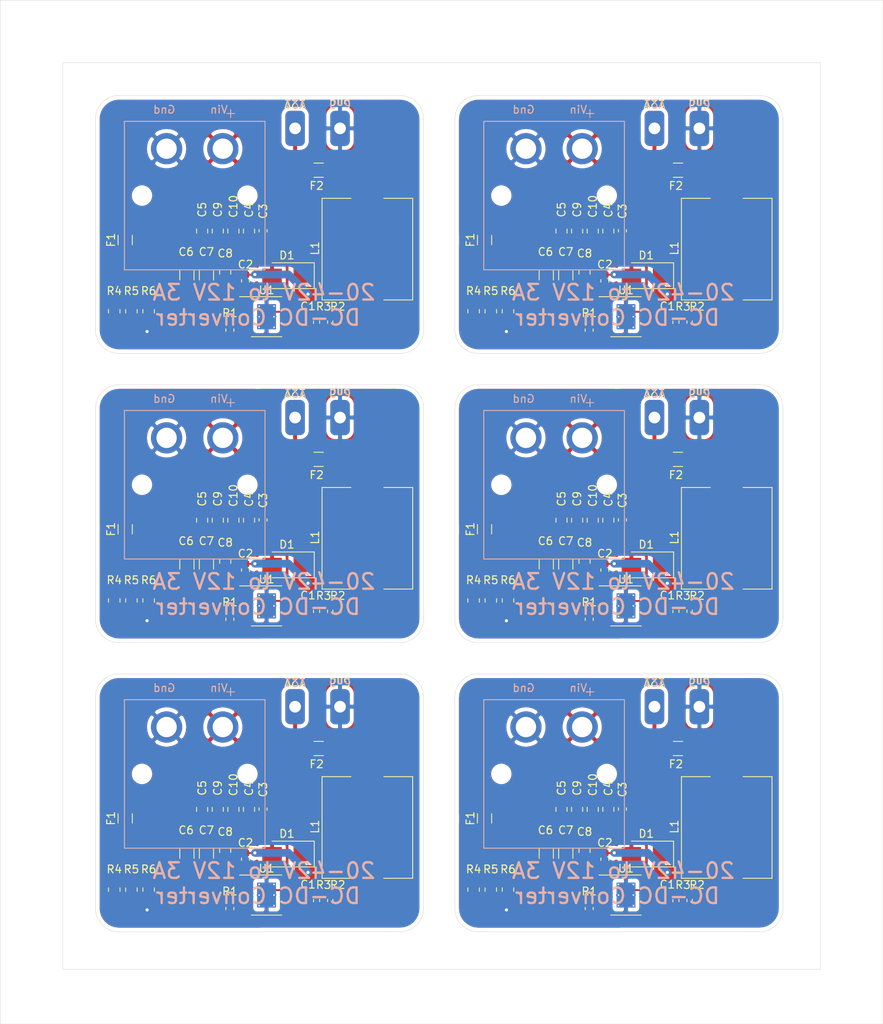
<source format=kicad_pcb>
(kicad_pcb (version 20171130) (host pcbnew 5.1.7-a382d34a8~88~ubuntu18.04.1)
  (layers (0 F.Cu signal) (31 B.Cu signal) (34 B.Paste user) (35 F.Paste user) (36 B.SilkS user) (37 F.SilkS user) (38 B.Mask user) (39 F.Mask user) (44 Edge.Cuts user))
  (net 0 "")
  (net 1 "Net-(C1-Pad1)")
  (net 2 GND)
  (net 3 "Net-(C2-Pad2)")
  (net 4 "Net-(C2-Pad1)")
  (net 5 +12V)
  (net 6 VCC)
  (net 7 "Net-(R1-Pad1)")
  (net 8 "Net-(R2-Pad2)")
  (net 9 "Net-(F1-Pad2)")
  (net 10 "Net-(R4-Pad2)")
  (net 11 "Net-(R5-Pad2)")
  (net 12 "Net-(F2-Pad1)")
  (module Resistor_SMD:R_0805_2012Metric_Pad1.20x1.40mm_HandSolder (layer F.Cu) (at 113.05 140.05 90)
    (fp_text reference R5 (at 2.6 0 180) (layer F.SilkS))
    (fp_text value 33K)
    (pad 2 smd roundrect (at 1 0 90) (size 1.2 1.4) (layers F.Cu F.Paste F.Mask) (roundrect_rratio 0.2083325) (net 11 "Net-(R5-Pad2)"))
    (pad 1 smd roundrect (at -1 0 90) (size 1.2 1.4) (layers F.Cu F.Paste F.Mask) (roundrect_rratio 0.2083325) (net 10 "Net-(R4-Pad2)"))
  )
  (module Resistor_SMD:R_0603_1608Metric (layer F.Cu) (at 79.65 142.4625 270)
    (fp_text reference R1 (at -2.1875 0 180) (layer F.SilkS))
    (fp_text value 49K9)
    (pad 1 smd roundrect (at -0.7875 0 270) (size 0.875 0.95) (layers F.Cu F.Paste F.Mask) (net 7 "Net-(R1-Pad1)"))
    (pad 2 smd roundrect (at 0.7875 0 270) (size 0.875 0.95) (layers F.Cu F.Paste F.Mask) (net 2 GND))
  )
  (module scooter-ps:MWSA1004 (layer F.Cu) (at 143.25 132.1 90)
    (fp_text reference L1 (at 0.1 -6.7 90) (layer F.SilkS))
    (fp_text value 15uH)
    (pad 2 smd rect (at 4.75 0 90) (size 3.5 4) (layers F.Cu F.Paste F.Mask) (net 5 +12V))
    (pad 1 smd rect (at -4.75 0 90) (size 3.5 4) (layers F.Cu F.Paste F.Mask) (net 4 "Net-(C2-Pad1)"))
  )
  (module Capacitor_SMD:C_1206_3216Metric (layer F.Cu) (at 74.15 135.45 90)
    (fp_text reference C6 (at 3 -0.1 180) (layer F.SilkS))
    (fp_text value 2.2uF)
    (pad 1 smd roundrect (at -1.4 0 90) (size 1.25 1.75) (layers F.Cu F.Paste F.Mask) (roundrect_rratio 0.2) (net 6 VCC))
    (pad 2 smd roundrect (at 1.4 0 90) (size 1.25 1.75) (layers F.Cu F.Paste F.Mask) (roundrect_rratio 0.2) (net 2 GND))
  )
  (module Diode_SMD:D_SMA (layer F.Cu) (at 133.05 135.5 180)
    (fp_text reference D1 (at 0.1 2.6) (layer F.SilkS))
    (fp_text value D_Shockley)
    (pad 2 smd rect (at 2 0 180) (size 2.5 1.8) (layers F.Cu F.Paste F.Mask) (net 2 GND))
    (pad 1 smd rect (at -2 0 180) (size 2.5 1.8) (layers F.Cu F.Paste F.Mask) (net 4 "Net-(C2-Pad1)"))
  )
  (module Fuse:Fuse_1206_3216Metric_Pad1.42x1.75mm_HandSolder (layer F.Cu) (at 112.25 130.9375 90)
    (fp_text reference F1 (at 0 -1.82 90) (layer F.SilkS))
    (fp_text value 3A)
    (pad 1 smd roundrect (at -1.4875 0 90) (size 1.425 1.75) (layers F.Cu F.Paste F.Mask) (roundrect_rratio 0.1754385964912281) (net 6 VCC))
    (pad 2 smd roundrect (at 1.4875 0 90) (size 1.425 1.75) (layers F.Cu F.Paste F.Mask) (roundrect_rratio 0.1754385964912281) (net 9 "Net-(F1-Pad2)"))
  )
  (module scooter-ps:xt60pw-m (layer B.Cu) (at 121.15 119.25)
    (fp_text reference J1 hide)
    (fp_text value Conn_01x02 hide)
    (pad "" np_thru_hole circle (at 6.75 6) (size 1.6 1.6) (drill 1.6) (layers *.Cu *.Mask))
    (pad "" np_thru_hole circle (at -6.75 6) (size 1.6 1.6) (drill 1.6) (layers *.Cu *.Mask))
    (pad 2 thru_hole circle (at 3.6 0) (size 4 4) (drill 2.6) (layers *.Cu *.Mask) (net 9 "Net-(F1-Pad2)"))
    (pad 1 thru_hole circle (at -3.6 0) (size 4 4) (drill 2.6) (layers *.Cu *.Mask) (net 2 GND))
  )
  (module Resistor_SMD:R_0603_1608Metric (layer F.Cu) (at 125.65 142.4625 270)
    (fp_text reference R1 (at -2.1875 0 180) (layer F.SilkS))
    (fp_text value 49K9)
    (pad 2 smd roundrect (at 0.7875 0 270) (size 0.875 0.95) (layers F.Cu F.Paste F.Mask) (net 2 GND))
    (pad 1 smd roundrect (at -0.7875 0 270) (size 0.875 0.95) (layers F.Cu F.Paste F.Mask) (net 7 "Net-(R1-Pad1)"))
  )
  (module Package_SO:HTSOP-8-1EP_3.9x4.9mm_P1.27mm_EP2.4x3.2mm_ThermalVias (layer F.Cu) (at 84.35 140.75)
    (fp_text reference U1 (at 0 -3.4) (layer F.SilkS))
    (fp_text value LMR16030)
    (pad 1 smd roundrect (at -2.65 -1.905) (size 1.6 0.6) (layers F.Cu F.Paste F.Mask) (net 3 "Net-(C2-Pad2)"))
    (pad 2 smd roundrect (at -2.65 -0.635) (size 1.6 0.6) (layers F.Cu F.Paste F.Mask) (net 6 VCC))
    (pad 3 smd roundrect (at -2.65 0.635) (size 1.6 0.6) (layers F.Cu F.Paste F.Mask) (net 10 "Net-(R4-Pad2)"))
    (pad 4 smd roundrect (at -2.65 1.905) (size 1.6 0.6) (layers F.Cu F.Paste F.Mask) (net 7 "Net-(R1-Pad1)"))
    (pad 5 smd roundrect (at 2.65 1.905) (size 1.6 0.6) (layers F.Cu F.Paste F.Mask) (net 8 "Net-(R2-Pad2)"))
    (pad 6 smd roundrect (at 2.65 0.635) (size 1.6 0.6) (layers F.Cu F.Paste F.Mask) (net 1 "Net-(C1-Pad1)"))
    (pad 7 smd roundrect (at 2.65 -0.635) (size 1.6 0.6) (layers F.Cu F.Paste F.Mask) (net 2 GND))
    (pad 8 smd roundrect (at 2.65 -1.905) (size 1.6 0.6) (layers F.Cu F.Paste F.Mask) (net 4 "Net-(C2-Pad1)"))
    (pad 9 smd rect (at 0 0) (size 2.4 3.2) (layers F.Cu F.Mask) (net 2 GND))
    (pad 9 thru_hole circle (at -0.95 -1.35) (size 0.5 0.5) (drill 0.2) (layers *.Cu) (net 2 GND))
    (pad 9 thru_hole circle (at 0.95 -1.35) (size 0.5 0.5) (drill 0.2) (layers *.Cu) (net 2 GND))
    (pad 9 thru_hole circle (at -0.95 0) (size 0.5 0.5) (drill 0.2) (layers *.Cu) (net 2 GND))
    (pad 9 thru_hole circle (at 0.95 0) (size 0.5 0.5) (drill 0.2) (layers *.Cu) (net 2 GND))
    (pad 9 thru_hole circle (at -0.95 1.35) (size 0.5 0.5) (drill 0.2) (layers *.Cu) (net 2 GND))
    (pad 9 thru_hole circle (at 0.95 1.35) (size 0.5 0.5) (drill 0.2) (layers *.Cu) (net 2 GND))
    (pad 9 smd rect (at 0 0) (size 2.4 3.2) (layers B.Cu) (net 2 GND))
  )
  (module Capacitor_SMD:C_0805_2012Metric (layer F.Cu) (at 122.1 129.7875 270)
    (fp_text reference C5 (at -2.7375 0 270) (layer F.SilkS))
    (fp_text value 22uF)
    (pad 1 smd roundrect (at -0.9375 0 270) (size 0.975 1.4) (layers F.Cu F.Paste F.Mask) (net 5 +12V))
    (pad 2 smd roundrect (at 0.9375 0 270) (size 0.975 1.4) (layers F.Cu F.Paste F.Mask) (net 2 GND))
  )
  (module Capacitor_SMD:C_1206_3216Metric (layer F.Cu) (at 122.65 135.45 90)
    (fp_text reference C7 (at 3 0 180) (layer F.SilkS))
    (fp_text value 2.2uF)
    (pad 1 smd roundrect (at -1.4 0 90) (size 1.25 1.75) (layers F.Cu F.Paste F.Mask) (roundrect_rratio 0.2) (net 6 VCC))
    (pad 2 smd roundrect (at 1.4 0 90) (size 1.25 1.75) (layers F.Cu F.Paste F.Mask) (roundrect_rratio 0.2) (net 2 GND))
  )
  (module Resistor_SMD:R_0603_1608Metric (layer F.Cu) (at 139.35 141.45 270)
    (fp_text reference R2 (at -2 -0.1 180) (layer F.SilkS))
    (fp_text value 150K)
    (pad 1 smd roundrect (at -0.7875 0 270) (size 0.875 0.95) (layers F.Cu F.Paste F.Mask) (net 5 +12V))
    (pad 2 smd roundrect (at 0.7875 0 270) (size 0.875 0.95) (layers F.Cu F.Paste F.Mask) (net 8 "Net-(R2-Pad2)"))
  )
  (module scooter-ps:xt60pw-m (layer B.Cu) (at 75.15 119.25)
    (fp_text reference J1 hide)
    (fp_text value Conn_01x02 hide)
    (pad 1 thru_hole circle (at -3.6 0) (size 4 4) (drill 2.6) (layers *.Cu *.Mask) (net 2 GND))
    (pad 2 thru_hole circle (at 3.6 0) (size 4 4) (drill 2.6) (layers *.Cu *.Mask) (net 9 "Net-(F1-Pad2)"))
    (pad "" np_thru_hole circle (at -6.75 6) (size 1.6 1.6) (drill 1.6) (layers *.Cu *.Mask))
    (pad "" np_thru_hole circle (at 6.75 6) (size 1.6 1.6) (drill 1.6) (layers *.Cu *.Mask))
  )
  (module Resistor_SMD:R_0603_1608Metric (layer F.Cu) (at 93.35 141.45 270)
    (fp_text reference R2 (at -2 -0.1 180) (layer F.SilkS))
    (fp_text value 150K)
    (pad 2 smd roundrect (at 0.7875 0 270) (size 0.875 0.95) (layers F.Cu F.Paste F.Mask) (net 8 "Net-(R2-Pad2)"))
    (pad 1 smd roundrect (at -0.7875 0 270) (size 0.875 0.95) (layers F.Cu F.Paste F.Mask) (net 5 +12V))
  )
  (module Capacitor_SMD:C_0805_2012Metric (layer F.Cu) (at 82.1 129.7875 270)
    (fp_text reference C4 (at -2.7 0 270) (layer F.SilkS))
    (fp_text value 22uF)
    (pad 1 smd roundrect (at -0.9375 0 270) (size 0.975 1.4) (layers F.Cu F.Paste F.Mask) (net 5 +12V))
    (pad 2 smd roundrect (at 0.9375 0 270) (size 0.975 1.4) (layers F.Cu F.Paste F.Mask) (net 2 GND))
  )
  (module Capacitor_SMD:C_0805_2012Metric (layer F.Cu) (at 80.1 129.7875 270)
    (fp_text reference C10 (at -3.1625 0 90) (layer F.SilkS))
    (fp_text value 22uF)
    (pad 1 smd roundrect (at -0.9375 0 270) (size 0.975 1.4) (layers F.Cu F.Paste F.Mask) (net 5 +12V))
    (pad 2 smd roundrect (at 0.9375 0 270) (size 0.975 1.4) (layers F.Cu F.Paste F.Mask) (net 2 GND))
  )
  (module Capacitor_SMD:C_0805_2012Metric (layer F.Cu) (at 76.1 129.7875 270)
    (fp_text reference C5 (at -2.7375 0 270) (layer F.SilkS))
    (fp_text value 22uF)
    (pad 2 smd roundrect (at 0.9375 0 270) (size 0.975 1.4) (layers F.Cu F.Paste F.Mask) (net 2 GND))
    (pad 1 smd roundrect (at -0.9375 0 270) (size 0.975 1.4) (layers F.Cu F.Paste F.Mask) (net 5 +12V))
  )
  (module battery-dc-dc-converter:hole-pad (layer F.Cu) (at 134 116.75)
    (fp_text reference J2 hide)
    (fp_text value Conn_01x01)
    (pad 1 thru_hole roundrect (at 0 -0.1) (size 2.5 4.5) (drill 1.5) (layers *.Cu *.Mask) (net 12 "Net-(F2-Pad1)"))
  )
  (module Resistor_SMD:R_0805_2012Metric_Pad1.20x1.40mm_HandSolder (layer F.Cu) (at 69.25 140.05 270)
    (fp_text reference R6 (at -2.6 0 180) (layer F.SilkS))
    (fp_text value 3k9)
    (pad 1 smd roundrect (at -1 0 270) (size 1.2 1.4) (layers F.Cu F.Paste F.Mask) (roundrect_rratio 0.2083325) (net 11 "Net-(R5-Pad2)"))
    (pad 2 smd roundrect (at 1 0 270) (size 1.2 1.4) (layers F.Cu F.Paste F.Mask) (roundrect_rratio 0.2083325) (net 2 GND))
  )
  (module Capacitor_SMD:C_0603_1608Metric (layer F.Cu) (at 127.65 136.1625 270)
    (fp_text reference C2 (at -2.1 0 180) (layer F.SilkS))
    (fp_text value 100nF)
    (pad 1 smd roundrect (at -0.7875 0 270) (size 0.875 0.95) (layers F.Cu F.Paste F.Mask) (net 4 "Net-(C2-Pad1)"))
    (pad 2 smd roundrect (at 0.7875 0 270) (size 0.875 0.95) (layers F.Cu F.Paste F.Mask) (net 3 "Net-(C2-Pad2)"))
  )
  (module Capacitor_SMD:C_0603_1608Metric (layer F.Cu) (at 83.9 129.75 270)
    (fp_text reference C3 (at -2.5 0 270) (layer F.SilkS))
    (fp_text value 1uF)
    (pad 1 smd roundrect (at -0.7875 0 270) (size 0.875 0.95) (layers F.Cu F.Paste F.Mask) (net 5 +12V))
    (pad 2 smd roundrect (at 0.7875 0 270) (size 0.875 0.95) (layers F.Cu F.Paste F.Mask) (net 2 GND))
  )
  (module battery-dc-dc-converter:hole-pad (layer F.Cu) (at 139.75 116.75)
    (fp_text reference J3 hide)
    (fp_text value Conn_01x01)
    (pad 1 thru_hole roundrect (at 0 -0.1) (size 2.5 4.5) (drill 1.5) (layers *.Cu *.Mask) (net 2 GND))
  )
  (module Resistor_SMD:R_0805_2012Metric_Pad1.20x1.40mm_HandSolder (layer F.Cu) (at 64.85 140.05 270)
    (fp_text reference R4 (at -2.6 0 180) (layer F.SilkS))
    (fp_text value 1M)
    (pad 2 smd roundrect (at 1 0 270) (size 1.2 1.4) (layers F.Cu F.Paste F.Mask) (roundrect_rratio 0.2083325) (net 10 "Net-(R4-Pad2)"))
    (pad 1 smd roundrect (at -1 0 270) (size 1.2 1.4) (layers F.Cu F.Paste F.Mask) (roundrect_rratio 0.2083325) (net 6 VCC))
  )
  (module Resistor_SMD:R_0805_2012Metric_Pad1.20x1.40mm_HandSolder (layer F.Cu) (at 67.05 140.05 90)
    (fp_text reference R5 (at 2.6 0 180) (layer F.SilkS))
    (fp_text value 33K)
    (pad 1 smd roundrect (at -1 0 90) (size 1.2 1.4) (layers F.Cu F.Paste F.Mask) (roundrect_rratio 0.2083325) (net 10 "Net-(R4-Pad2)"))
    (pad 2 smd roundrect (at 1 0 90) (size 1.2 1.4) (layers F.Cu F.Paste F.Mask) (roundrect_rratio 0.2083325) (net 11 "Net-(R5-Pad2)"))
  )
  (module scooter-ps:MWSA1004 (layer F.Cu) (at 97.25 132.1 90)
    (fp_text reference L1 (at 0.1 -6.7 90) (layer F.SilkS))
    (fp_text value 15uH)
    (pad 1 smd rect (at -4.75 0 90) (size 3.5 4) (layers F.Cu F.Paste F.Mask) (net 4 "Net-(C2-Pad1)"))
    (pad 2 smd rect (at 4.75 0 90) (size 3.5 4) (layers F.Cu F.Paste F.Mask) (net 5 +12V))
  )
  (module Fuse:Fuse_1206_3216Metric_Pad1.42x1.75mm_HandSolder (layer F.Cu) (at 137.0125 122)
    (fp_text reference F2 (at -0.2625 2) (layer F.SilkS))
    (fp_text value 3A)
    (pad 2 smd roundrect (at 1.4875 0) (size 1.425 1.75) (layers F.Cu F.Paste F.Mask) (roundrect_rratio 0.1754385964912281) (net 5 +12V))
    (pad 1 smd roundrect (at -1.4875 0) (size 1.425 1.75) (layers F.Cu F.Paste F.Mask) (roundrect_rratio 0.1754385964912281) (net 12 "Net-(F2-Pad1)"))
  )
  (module Capacitor_SMD:C_0805_2012Metric (layer F.Cu) (at 125.05 135.05 90)
    (fp_text reference C8 (at 2.4 0 180) (layer F.SilkS))
    (fp_text value 470nF)
    (pad 2 smd roundrect (at 0.9375 0 90) (size 0.975 1.4) (layers F.Cu F.Paste F.Mask) (net 2 GND))
    (pad 1 smd roundrect (at -0.9375 0 90) (size 0.975 1.4) (layers F.Cu F.Paste F.Mask) (net 6 VCC))
  )
  (module Capacitor_SMD:C_0805_2012Metric (layer F.Cu) (at 79.05 135.05 90)
    (fp_text reference C8 (at 2.4 0 180) (layer F.SilkS))
    (fp_text value 470nF)
    (pad 1 smd roundrect (at -0.9375 0 90) (size 0.975 1.4) (layers F.Cu F.Paste F.Mask) (net 6 VCC))
    (pad 2 smd roundrect (at 0.9375 0 90) (size 0.975 1.4) (layers F.Cu F.Paste F.Mask) (net 2 GND))
  )
  (module Capacitor_SMD:C_0603_1608Metric (layer F.Cu) (at 135.85 141.4625 90)
    (fp_text reference C1 (at 2.0625 -0.2) (layer F.SilkS))
    (fp_text value 47nF)
    (pad 2 smd roundrect (at 0.7875 0 90) (size 0.875 0.95) (layers F.Cu F.Paste F.Mask) (net 2 GND))
    (pad 1 smd roundrect (at -0.7875 0 90) (size 0.875 0.95) (layers F.Cu F.Paste F.Mask) (net 1 "Net-(C1-Pad1)"))
  )
  (module Capacitor_SMD:C_0805_2012Metric (layer F.Cu) (at 126.1 129.7875 270)
    (fp_text reference C10 (at -3.1625 0 90) (layer F.SilkS))
    (fp_text value 22uF)
    (pad 2 smd roundrect (at 0.9375 0 270) (size 0.975 1.4) (layers F.Cu F.Paste F.Mask) (net 2 GND))
    (pad 1 smd roundrect (at -0.9375 0 270) (size 0.975 1.4) (layers F.Cu F.Paste F.Mask) (net 5 +12V))
  )
  (module Fuse:Fuse_1206_3216Metric_Pad1.42x1.75mm_HandSolder (layer F.Cu) (at 66.25 130.9375 90)
    (fp_text reference F1 (at 0 -1.82 90) (layer F.SilkS))
    (fp_text value 3A)
    (pad 2 smd roundrect (at 1.4875 0 90) (size 1.425 1.75) (layers F.Cu F.Paste F.Mask) (roundrect_rratio 0.1754385964912281) (net 9 "Net-(F1-Pad2)"))
    (pad 1 smd roundrect (at -1.4875 0 90) (size 1.425 1.75) (layers F.Cu F.Paste F.Mask) (roundrect_rratio 0.1754385964912281) (net 6 VCC))
  )
  (module battery-dc-dc-converter:hole-pad (layer F.Cu) (at 93.75 116.75)
    (fp_text reference J3 hide)
    (fp_text value Conn_01x01)
    (pad 1 thru_hole roundrect (at 0 -0.1) (size 2.5 4.5) (drill 1.5) (layers *.Cu *.Mask) (net 2 GND))
  )
  (module Capacitor_SMD:C_0603_1608Metric (layer F.Cu) (at 89.85 141.4625 90)
    (fp_text reference C1 (at 2.0625 -0.2) (layer F.SilkS))
    (fp_text value 47nF)
    (pad 1 smd roundrect (at -0.7875 0 90) (size 0.875 0.95) (layers F.Cu F.Paste F.Mask) (net 1 "Net-(C1-Pad1)"))
    (pad 2 smd roundrect (at 0.7875 0 90) (size 0.875 0.95) (layers F.Cu F.Paste F.Mask) (net 2 GND))
  )
  (module Capacitor_SMD:C_0603_1608Metric (layer F.Cu) (at 81.65 136.1625 270)
    (fp_text reference C2 (at -2.1 0 180) (layer F.SilkS))
    (fp_text value 100nF)
    (pad 2 smd roundrect (at 0.7875 0 270) (size 0.875 0.95) (layers F.Cu F.Paste F.Mask) (net 3 "Net-(C2-Pad2)"))
    (pad 1 smd roundrect (at -0.7875 0 270) (size 0.875 0.95) (layers F.Cu F.Paste F.Mask) (net 4 "Net-(C2-Pad1)"))
  )
  (module battery-dc-dc-converter:hole-pad (layer F.Cu) (at 88 116.75)
    (fp_text reference J2 hide)
    (fp_text value Conn_01x01)
    (pad 1 thru_hole roundrect (at 0 -0.1) (size 2.5 4.5) (drill 1.5) (layers *.Cu *.Mask) (net 12 "Net-(F2-Pad1)"))
  )
  (module Diode_SMD:D_SMA (layer F.Cu) (at 87.05 135.5 180)
    (fp_text reference D1 (at 0.1 2.6) (layer F.SilkS))
    (fp_text value D_Shockley)
    (pad 1 smd rect (at -2 0 180) (size 2.5 1.8) (layers F.Cu F.Paste F.Mask) (net 4 "Net-(C2-Pad1)"))
    (pad 2 smd rect (at 2 0 180) (size 2.5 1.8) (layers F.Cu F.Paste F.Mask) (net 2 GND))
  )
  (module Resistor_SMD:R_0805_2012Metric_Pad1.20x1.40mm_HandSolder (layer F.Cu) (at 115.25 140.05 270)
    (fp_text reference R6 (at -2.6 0 180) (layer F.SilkS))
    (fp_text value 3k9)
    (pad 2 smd roundrect (at 1 0 270) (size 1.2 1.4) (layers F.Cu F.Paste F.Mask) (roundrect_rratio 0.2083325) (net 2 GND))
    (pad 1 smd roundrect (at -1 0 270) (size 1.2 1.4) (layers F.Cu F.Paste F.Mask) (roundrect_rratio 0.2083325) (net 11 "Net-(R5-Pad2)"))
  )
  (module Capacitor_SMD:C_0805_2012Metric (layer F.Cu) (at 128.1 129.7875 270)
    (fp_text reference C4 (at -2.7 0 270) (layer F.SilkS))
    (fp_text value 22uF)
    (pad 2 smd roundrect (at 0.9375 0 270) (size 0.975 1.4) (layers F.Cu F.Paste F.Mask) (net 2 GND))
    (pad 1 smd roundrect (at -0.9375 0 270) (size 0.975 1.4) (layers F.Cu F.Paste F.Mask) (net 5 +12V))
  )
  (module Capacitor_SMD:C_0805_2012Metric (layer F.Cu) (at 78.1 129.7875 270)
    (fp_text reference C9 (at -2.7375 0 270) (layer F.SilkS))
    (fp_text value 22uF)
    (pad 2 smd roundrect (at 0.9375 0 270) (size 0.975 1.4) (layers F.Cu F.Paste F.Mask) (net 2 GND))
    (pad 1 smd roundrect (at -0.9375 0 270) (size 0.975 1.4) (layers F.Cu F.Paste F.Mask) (net 5 +12V))
  )
  (module Resistor_SMD:R_0603_1608Metric (layer F.Cu) (at 137.65 141.4375 90)
    (fp_text reference R3 (at 1.9875 0 180) (layer F.SilkS))
    (fp_text value 10K)
    (pad 2 smd roundrect (at 0.7875 0 90) (size 0.875 0.95) (layers F.Cu F.Paste F.Mask) (net 2 GND))
    (pad 1 smd roundrect (at -0.7875 0 90) (size 0.875 0.95) (layers F.Cu F.Paste F.Mask) (net 8 "Net-(R2-Pad2)"))
  )
  (module Package_SO:HTSOP-8-1EP_3.9x4.9mm_P1.27mm_EP2.4x3.2mm_ThermalVias (layer F.Cu) (at 130.35 140.75)
    (fp_text reference U1 (at 0 -3.4) (layer F.SilkS))
    (fp_text value LMR16030)
    (pad 9 smd rect (at 0 0) (size 2.4 3.2) (layers B.Cu) (net 2 GND))
    (pad 9 thru_hole circle (at 0.95 1.35) (size 0.5 0.5) (drill 0.2) (layers *.Cu) (net 2 GND))
    (pad 9 thru_hole circle (at -0.95 1.35) (size 0.5 0.5) (drill 0.2) (layers *.Cu) (net 2 GND))
    (pad 9 thru_hole circle (at 0.95 0) (size 0.5 0.5) (drill 0.2) (layers *.Cu) (net 2 GND))
    (pad 9 thru_hole circle (at -0.95 0) (size 0.5 0.5) (drill 0.2) (layers *.Cu) (net 2 GND))
    (pad 9 thru_hole circle (at 0.95 -1.35) (size 0.5 0.5) (drill 0.2) (layers *.Cu) (net 2 GND))
    (pad 9 thru_hole circle (at -0.95 -1.35) (size 0.5 0.5) (drill 0.2) (layers *.Cu) (net 2 GND))
    (pad 9 smd rect (at 0 0) (size 2.4 3.2) (layers F.Cu F.Mask) (net 2 GND))
    (pad 8 smd roundrect (at 2.65 -1.905) (size 1.6 0.6) (layers F.Cu F.Paste F.Mask) (net 4 "Net-(C2-Pad1)"))
    (pad 7 smd roundrect (at 2.65 -0.635) (size 1.6 0.6) (layers F.Cu F.Paste F.Mask) (net 2 GND))
    (pad 6 smd roundrect (at 2.65 0.635) (size 1.6 0.6) (layers F.Cu F.Paste F.Mask) (net 1 "Net-(C1-Pad1)"))
    (pad 5 smd roundrect (at 2.65 1.905) (size 1.6 0.6) (layers F.Cu F.Paste F.Mask) (net 8 "Net-(R2-Pad2)"))
    (pad 4 smd roundrect (at -2.65 1.905) (size 1.6 0.6) (layers F.Cu F.Paste F.Mask) (net 7 "Net-(R1-Pad1)"))
    (pad 3 smd roundrect (at -2.65 0.635) (size 1.6 0.6) (layers F.Cu F.Paste F.Mask) (net 10 "Net-(R4-Pad2)"))
    (pad 2 smd roundrect (at -2.65 -0.635) (size 1.6 0.6) (layers F.Cu F.Paste F.Mask) (net 6 VCC))
    (pad 1 smd roundrect (at -2.65 -1.905) (size 1.6 0.6) (layers F.Cu F.Paste F.Mask) (net 3 "Net-(C2-Pad2)"))
  )
  (module Fuse:Fuse_1206_3216Metric_Pad1.42x1.75mm_HandSolder (layer F.Cu) (at 91.0125 122)
    (fp_text reference F2 (at -0.2625 2) (layer F.SilkS))
    (fp_text value 3A)
    (pad 1 smd roundrect (at -1.4875 0) (size 1.425 1.75) (layers F.Cu F.Paste F.Mask) (roundrect_rratio 0.1754385964912281) (net 12 "Net-(F2-Pad1)"))
    (pad 2 smd roundrect (at 1.4875 0) (size 1.425 1.75) (layers F.Cu F.Paste F.Mask) (roundrect_rratio 0.1754385964912281) (net 5 +12V))
  )
  (module Capacitor_SMD:C_1206_3216Metric (layer F.Cu) (at 120.15 135.45 90)
    (fp_text reference C6 (at 3 -0.1 180) (layer F.SilkS))
    (fp_text value 2.2uF)
    (pad 2 smd roundrect (at 1.4 0 90) (size 1.25 1.75) (layers F.Cu F.Paste F.Mask) (roundrect_rratio 0.2) (net 2 GND))
    (pad 1 smd roundrect (at -1.4 0 90) (size 1.25 1.75) (layers F.Cu F.Paste F.Mask) (roundrect_rratio 0.2) (net 6 VCC))
  )
  (module Resistor_SMD:R_0805_2012Metric_Pad1.20x1.40mm_HandSolder (layer F.Cu) (at 110.85 140.05 270)
    (fp_text reference R4 (at -2.6 0 180) (layer F.SilkS))
    (fp_text value 1M)
    (pad 1 smd roundrect (at -1 0 270) (size 1.2 1.4) (layers F.Cu F.Paste F.Mask) (roundrect_rratio 0.2083325) (net 6 VCC))
    (pad 2 smd roundrect (at 1 0 270) (size 1.2 1.4) (layers F.Cu F.Paste F.Mask) (roundrect_rratio 0.2083325) (net 10 "Net-(R4-Pad2)"))
  )
  (module Capacitor_SMD:C_0805_2012Metric (layer F.Cu) (at 124.1 129.7875 270)
    (fp_text reference C9 (at -2.7375 0 270) (layer F.SilkS))
    (fp_text value 22uF)
    (pad 1 smd roundrect (at -0.9375 0 270) (size 0.975 1.4) (layers F.Cu F.Paste F.Mask) (net 5 +12V))
    (pad 2 smd roundrect (at 0.9375 0 270) (size 0.975 1.4) (layers F.Cu F.Paste F.Mask) (net 2 GND))
  )
  (module Capacitor_SMD:C_0603_1608Metric (layer F.Cu) (at 129.9 129.75 270)
    (fp_text reference C3 (at -2.5 0 270) (layer F.SilkS))
    (fp_text value 1uF)
    (pad 2 smd roundrect (at 0.7875 0 270) (size 0.875 0.95) (layers F.Cu F.Paste F.Mask) (net 2 GND))
    (pad 1 smd roundrect (at -0.7875 0 270) (size 0.875 0.95) (layers F.Cu F.Paste F.Mask) (net 5 +12V))
  )
  (module Capacitor_SMD:C_1206_3216Metric (layer F.Cu) (at 76.65 135.45 90)
    (fp_text reference C7 (at 3 0 180) (layer F.SilkS))
    (fp_text value 2.2uF)
    (pad 2 smd roundrect (at 1.4 0 90) (size 1.25 1.75) (layers F.Cu F.Paste F.Mask) (roundrect_rratio 0.2) (net 2 GND))
    (pad 1 smd roundrect (at -1.4 0 90) (size 1.25 1.75) (layers F.Cu F.Paste F.Mask) (roundrect_rratio 0.2) (net 6 VCC))
  )
  (module Resistor_SMD:R_0603_1608Metric (layer F.Cu) (at 91.65 141.4375 90)
    (fp_text reference R3 (at 1.9875 0 180) (layer F.SilkS))
    (fp_text value 10K)
    (pad 1 smd roundrect (at -0.7875 0 90) (size 0.875 0.95) (layers F.Cu F.Paste F.Mask) (net 8 "Net-(R2-Pad2)"))
    (pad 2 smd roundrect (at 0.7875 0 90) (size 0.875 0.95) (layers F.Cu F.Paste F.Mask) (net 2 GND))
  )
  (module Resistor_SMD:R_0805_2012Metric_Pad1.20x1.40mm_HandSolder (layer F.Cu) (at 64.85 103.05 270)
    (fp_text reference R4 (at -2.6 0 180) (layer F.SilkS))
    (fp_text value 1M)
    (pad 1 smd roundrect (at -1 0 270) (size 1.2 1.4) (layers F.Cu F.Paste F.Mask) (roundrect_rratio 0.2083325) (net 6 VCC))
    (pad 2 smd roundrect (at 1 0 270) (size 1.2 1.4) (layers F.Cu F.Paste F.Mask) (roundrect_rratio 0.2083325) (net 10 "Net-(R4-Pad2)"))
  )
  (module Capacitor_SMD:C_0805_2012Metric (layer F.Cu) (at 80.1 92.7875 270)
    (fp_text reference C10 (at -3.1625 0 90) (layer F.SilkS))
    (fp_text value 22uF)
    (pad 2 smd roundrect (at 0.9375 0 270) (size 0.975 1.4) (layers F.Cu F.Paste F.Mask) (net 2 GND))
    (pad 1 smd roundrect (at -0.9375 0 270) (size 0.975 1.4) (layers F.Cu F.Paste F.Mask) (net 5 +12V))
  )
  (module Capacitor_SMD:C_0805_2012Metric (layer F.Cu) (at 82.1 92.7875 270)
    (fp_text reference C4 (at -2.7 0 270) (layer F.SilkS))
    (fp_text value 22uF)
    (pad 2 smd roundrect (at 0.9375 0 270) (size 0.975 1.4) (layers F.Cu F.Paste F.Mask) (net 2 GND))
    (pad 1 smd roundrect (at -0.9375 0 270) (size 0.975 1.4) (layers F.Cu F.Paste F.Mask) (net 5 +12V))
  )
  (module Capacitor_SMD:C_0603_1608Metric (layer F.Cu) (at 83.9 92.75 270)
    (fp_text reference C3 (at -2.5 0 270) (layer F.SilkS))
    (fp_text value 1uF)
    (pad 2 smd roundrect (at 0.7875 0 270) (size 0.875 0.95) (layers F.Cu F.Paste F.Mask) (net 2 GND))
    (pad 1 smd roundrect (at -0.7875 0 270) (size 0.875 0.95) (layers F.Cu F.Paste F.Mask) (net 5 +12V))
  )
  (module Capacitor_SMD:C_0603_1608Metric (layer F.Cu) (at 127.65 99.1625 270)
    (fp_text reference C2 (at -2.1 0 180) (layer F.SilkS))
    (fp_text value 100nF)
    (pad 2 smd roundrect (at 0.7875 0 270) (size 0.875 0.95) (layers F.Cu F.Paste F.Mask) (net 3 "Net-(C2-Pad2)"))
    (pad 1 smd roundrect (at -0.7875 0 270) (size 0.875 0.95) (layers F.Cu F.Paste F.Mask) (net 4 "Net-(C2-Pad1)"))
  )
  (module Fuse:Fuse_1206_3216Metric_Pad1.42x1.75mm_HandSolder (layer F.Cu) (at 137.0125 85)
    (fp_text reference F2 (at -0.2625 2) (layer F.SilkS))
    (fp_text value 3A)
    (pad 1 smd roundrect (at -1.4875 0) (size 1.425 1.75) (layers F.Cu F.Paste F.Mask) (roundrect_rratio 0.1754385964912281) (net 12 "Net-(F2-Pad1)"))
    (pad 2 smd roundrect (at 1.4875 0) (size 1.425 1.75) (layers F.Cu F.Paste F.Mask) (roundrect_rratio 0.1754385964912281) (net 5 +12V))
  )
  (module Capacitor_SMD:C_0603_1608Metric (layer F.Cu) (at 81.65 99.1625 270)
    (fp_text reference C2 (at -2.1 0 180) (layer F.SilkS))
    (fp_text value 100nF)
    (pad 1 smd roundrect (at -0.7875 0 270) (size 0.875 0.95) (layers F.Cu F.Paste F.Mask) (net 4 "Net-(C2-Pad1)"))
    (pad 2 smd roundrect (at 0.7875 0 270) (size 0.875 0.95) (layers F.Cu F.Paste F.Mask) (net 3 "Net-(C2-Pad2)"))
  )
  (module battery-dc-dc-converter:hole-pad (layer F.Cu) (at 88 79.75)
    (fp_text reference J2 hide)
    (fp_text value Conn_01x01)
    (pad 1 thru_hole roundrect (at 0 -0.1) (size 2.5 4.5) (drill 1.5) (layers *.Cu *.Mask) (net 12 "Net-(F2-Pad1)"))
  )
  (module Capacitor_SMD:C_1206_3216Metric (layer F.Cu) (at 74.15 98.45 90)
    (fp_text reference C6 (at 3 -0.1 180) (layer F.SilkS))
    (fp_text value 2.2uF)
    (pad 2 smd roundrect (at 1.4 0 90) (size 1.25 1.75) (layers F.Cu F.Paste F.Mask) (roundrect_rratio 0.2) (net 2 GND))
    (pad 1 smd roundrect (at -1.4 0 90) (size 1.25 1.75) (layers F.Cu F.Paste F.Mask) (roundrect_rratio 0.2) (net 6 VCC))
  )
  (module Capacitor_SMD:C_0805_2012Metric (layer F.Cu) (at 76.1 92.7875 270)
    (fp_text reference C5 (at -2.7375 0 270) (layer F.SilkS))
    (fp_text value 22uF)
    (pad 1 smd roundrect (at -0.9375 0 270) (size 0.975 1.4) (layers F.Cu F.Paste F.Mask) (net 5 +12V))
    (pad 2 smd roundrect (at 0.9375 0 270) (size 0.975 1.4) (layers F.Cu F.Paste F.Mask) (net 2 GND))
  )
  (module Resistor_SMD:R_0805_2012Metric_Pad1.20x1.40mm_HandSolder (layer F.Cu) (at 113.05 103.05 90)
    (fp_text reference R5 (at 2.6 0 180) (layer F.SilkS))
    (fp_text value 33K)
    (pad 1 smd roundrect (at -1 0 90) (size 1.2 1.4) (layers F.Cu F.Paste F.Mask) (roundrect_rratio 0.2083325) (net 10 "Net-(R4-Pad2)"))
    (pad 2 smd roundrect (at 1 0 90) (size 1.2 1.4) (layers F.Cu F.Paste F.Mask) (roundrect_rratio 0.2083325) (net 11 "Net-(R5-Pad2)"))
  )
  (module Resistor_SMD:R_0805_2012Metric_Pad1.20x1.40mm_HandSolder (layer F.Cu) (at 110.85 103.05 270)
    (fp_text reference R4 (at -2.6 0 180) (layer F.SilkS))
    (fp_text value 1M)
    (pad 2 smd roundrect (at 1 0 270) (size 1.2 1.4) (layers F.Cu F.Paste F.Mask) (roundrect_rratio 0.2083325) (net 10 "Net-(R4-Pad2)"))
    (pad 1 smd roundrect (at -1 0 270) (size 1.2 1.4) (layers F.Cu F.Paste F.Mask) (roundrect_rratio 0.2083325) (net 6 VCC))
  )
  (module Capacitor_SMD:C_0805_2012Metric (layer F.Cu) (at 78.1 92.7875 270)
    (fp_text reference C9 (at -2.7375 0 270) (layer F.SilkS))
    (fp_text value 22uF)
    (pad 1 smd roundrect (at -0.9375 0 270) (size 0.975 1.4) (layers F.Cu F.Paste F.Mask) (net 5 +12V))
    (pad 2 smd roundrect (at 0.9375 0 270) (size 0.975 1.4) (layers F.Cu F.Paste F.Mask) (net 2 GND))
  )
  (module battery-dc-dc-converter:hole-pad (layer F.Cu) (at 134 79.75)
    (fp_text reference J2 hide)
    (fp_text value Conn_01x01)
    (pad 1 thru_hole roundrect (at 0 -0.1) (size 2.5 4.5) (drill 1.5) (layers *.Cu *.Mask) (net 12 "Net-(F2-Pad1)"))
  )
  (module Resistor_SMD:R_0805_2012Metric_Pad1.20x1.40mm_HandSolder (layer F.Cu) (at 69.25 103.05 270)
    (fp_text reference R6 (at -2.6 0 180) (layer F.SilkS))
    (fp_text value 3k9)
    (pad 2 smd roundrect (at 1 0 270) (size 1.2 1.4) (layers F.Cu F.Paste F.Mask) (roundrect_rratio 0.2083325) (net 2 GND))
    (pad 1 smd roundrect (at -1 0 270) (size 1.2 1.4) (layers F.Cu F.Paste F.Mask) (roundrect_rratio 0.2083325) (net 11 "Net-(R5-Pad2)"))
  )
  (module Capacitor_SMD:C_1206_3216Metric (layer F.Cu) (at 76.65 98.45 90)
    (fp_text reference C7 (at 3 0 180) (layer F.SilkS))
    (fp_text value 2.2uF)
    (pad 1 smd roundrect (at -1.4 0 90) (size 1.25 1.75) (layers F.Cu F.Paste F.Mask) (roundrect_rratio 0.2) (net 6 VCC))
    (pad 2 smd roundrect (at 1.4 0 90) (size 1.25 1.75) (layers F.Cu F.Paste F.Mask) (roundrect_rratio 0.2) (net 2 GND))
  )
  (module Package_SO:HTSOP-8-1EP_3.9x4.9mm_P1.27mm_EP2.4x3.2mm_ThermalVias (layer F.Cu) (at 84.35 103.75)
    (fp_text reference U1 (at 0 -3.4) (layer F.SilkS))
    (fp_text value LMR16030)
    (pad 9 smd rect (at 0 0) (size 2.4 3.2) (layers B.Cu) (net 2 GND))
    (pad 9 thru_hole circle (at 0.95 1.35) (size 0.5 0.5) (drill 0.2) (layers *.Cu) (net 2 GND))
    (pad 9 thru_hole circle (at -0.95 1.35) (size 0.5 0.5) (drill 0.2) (layers *.Cu) (net 2 GND))
    (pad 9 thru_hole circle (at 0.95 0) (size 0.5 0.5) (drill 0.2) (layers *.Cu) (net 2 GND))
    (pad 9 thru_hole circle (at -0.95 0) (size 0.5 0.5) (drill 0.2) (layers *.Cu) (net 2 GND))
    (pad 9 thru_hole circle (at 0.95 -1.35) (size 0.5 0.5) (drill 0.2) (layers *.Cu) (net 2 GND))
    (pad 9 thru_hole circle (at -0.95 -1.35) (size 0.5 0.5) (drill 0.2) (layers *.Cu) (net 2 GND))
    (pad 9 smd rect (at 0 0) (size 2.4 3.2) (layers F.Cu F.Mask) (net 2 GND))
    (pad 8 smd roundrect (at 2.65 -1.905) (size 1.6 0.6) (layers F.Cu F.Paste F.Mask) (net 4 "Net-(C2-Pad1)"))
    (pad 7 smd roundrect (at 2.65 -0.635) (size 1.6 0.6) (layers F.Cu F.Paste F.Mask) (net 2 GND))
    (pad 6 smd roundrect (at 2.65 0.635) (size 1.6 0.6) (layers F.Cu F.Paste F.Mask) (net 1 "Net-(C1-Pad1)"))
    (pad 5 smd roundrect (at 2.65 1.905) (size 1.6 0.6) (layers F.Cu F.Paste F.Mask) (net 8 "Net-(R2-Pad2)"))
    (pad 4 smd roundrect (at -2.65 1.905) (size 1.6 0.6) (layers F.Cu F.Paste F.Mask) (net 7 "Net-(R1-Pad1)"))
    (pad 3 smd roundrect (at -2.65 0.635) (size 1.6 0.6) (layers F.Cu F.Paste F.Mask) (net 10 "Net-(R4-Pad2)"))
    (pad 2 smd roundrect (at -2.65 -0.635) (size 1.6 0.6) (layers F.Cu F.Paste F.Mask) (net 6 VCC))
    (pad 1 smd roundrect (at -2.65 -1.905) (size 1.6 0.6) (layers F.Cu F.Paste F.Mask) (net 3 "Net-(C2-Pad2)"))
  )
  (module Resistor_SMD:R_0603_1608Metric (layer F.Cu) (at 79.65 105.4625 270)
    (fp_text reference R1 (at -2.1875 0 180) (layer F.SilkS))
    (fp_text value 49K9)
    (pad 2 smd roundrect (at 0.7875 0 270) (size 0.875 0.95) (layers F.Cu F.Paste F.Mask) (net 2 GND))
    (pad 1 smd roundrect (at -0.7875 0 270) (size 0.875 0.95) (layers F.Cu F.Paste F.Mask) (net 7 "Net-(R1-Pad1)"))
  )
  (module Package_SO:HTSOP-8-1EP_3.9x4.9mm_P1.27mm_EP2.4x3.2mm_ThermalVias (layer F.Cu) (at 130.35 103.75)
    (fp_text reference U1 (at 0 -3.4) (layer F.SilkS))
    (fp_text value LMR16030)
    (pad 1 smd roundrect (at -2.65 -1.905) (size 1.6 0.6) (layers F.Cu F.Paste F.Mask) (net 3 "Net-(C2-Pad2)"))
    (pad 2 smd roundrect (at -2.65 -0.635) (size 1.6 0.6) (layers F.Cu F.Paste F.Mask) (net 6 VCC))
    (pad 3 smd roundrect (at -2.65 0.635) (size 1.6 0.6) (layers F.Cu F.Paste F.Mask) (net 10 "Net-(R4-Pad2)"))
    (pad 4 smd roundrect (at -2.65 1.905) (size 1.6 0.6) (layers F.Cu F.Paste F.Mask) (net 7 "Net-(R1-Pad1)"))
    (pad 5 smd roundrect (at 2.65 1.905) (size 1.6 0.6) (layers F.Cu F.Paste F.Mask) (net 8 "Net-(R2-Pad2)"))
    (pad 6 smd roundrect (at 2.65 0.635) (size 1.6 0.6) (layers F.Cu F.Paste F.Mask) (net 1 "Net-(C1-Pad1)"))
    (pad 7 smd roundrect (at 2.65 -0.635) (size 1.6 0.6) (layers F.Cu F.Paste F.Mask) (net 2 GND))
    (pad 8 smd roundrect (at 2.65 -1.905) (size 1.6 0.6) (layers F.Cu F.Paste F.Mask) (net 4 "Net-(C2-Pad1)"))
    (pad 9 smd rect (at 0 0) (size 2.4 3.2) (layers F.Cu F.Mask) (net 2 GND))
    (pad 9 thru_hole circle (at -0.95 -1.35) (size 0.5 0.5) (drill 0.2) (layers *.Cu) (net 2 GND))
    (pad 9 thru_hole circle (at 0.95 -1.35) (size 0.5 0.5) (drill 0.2) (layers *.Cu) (net 2 GND))
    (pad 9 thru_hole circle (at -0.95 0) (size 0.5 0.5) (drill 0.2) (layers *.Cu) (net 2 GND))
    (pad 9 thru_hole circle (at 0.95 0) (size 0.5 0.5) (drill 0.2) (layers *.Cu) (net 2 GND))
    (pad 9 thru_hole circle (at -0.95 1.35) (size 0.5 0.5) (drill 0.2) (layers *.Cu) (net 2 GND))
    (pad 9 thru_hole circle (at 0.95 1.35) (size 0.5 0.5) (drill 0.2) (layers *.Cu) (net 2 GND))
    (pad 9 smd rect (at 0 0) (size 2.4 3.2) (layers B.Cu) (net 2 GND))
  )
  (module battery-dc-dc-converter:hole-pad (layer F.Cu) (at 139.75 79.75)
    (fp_text reference J3 hide)
    (fp_text value Conn_01x01)
    (pad 1 thru_hole roundrect (at 0 -0.1) (size 2.5 4.5) (drill 1.5) (layers *.Cu *.Mask) (net 2 GND))
  )
  (module Resistor_SMD:R_0603_1608Metric (layer F.Cu) (at 137.65 104.4375 90)
    (fp_text reference R3 (at 1.9875 0 180) (layer F.SilkS))
    (fp_text value 10K)
    (pad 1 smd roundrect (at -0.7875 0 90) (size 0.875 0.95) (layers F.Cu F.Paste F.Mask) (net 8 "Net-(R2-Pad2)"))
    (pad 2 smd roundrect (at 0.7875 0 90) (size 0.875 0.95) (layers F.Cu F.Paste F.Mask) (net 2 GND))
  )
  (module Fuse:Fuse_1206_3216Metric_Pad1.42x1.75mm_HandSolder (layer F.Cu) (at 66.25 93.9375 90)
    (fp_text reference F1 (at 0 -1.82 90) (layer F.SilkS))
    (fp_text value 3A)
    (pad 1 smd roundrect (at -1.4875 0 90) (size 1.425 1.75) (layers F.Cu F.Paste F.Mask) (roundrect_rratio 0.1754385964912281) (net 6 VCC))
    (pad 2 smd roundrect (at 1.4875 0 90) (size 1.425 1.75) (layers F.Cu F.Paste F.Mask) (roundrect_rratio 0.1754385964912281) (net 9 "Net-(F1-Pad2)"))
  )
  (module Fuse:Fuse_1206_3216Metric_Pad1.42x1.75mm_HandSolder (layer F.Cu) (at 91.0125 85)
    (fp_text reference F2 (at -0.2625 2) (layer F.SilkS))
    (fp_text value 3A)
    (pad 2 smd roundrect (at 1.4875 0) (size 1.425 1.75) (layers F.Cu F.Paste F.Mask) (roundrect_rratio 0.1754385964912281) (net 5 +12V))
    (pad 1 smd roundrect (at -1.4875 0) (size 1.425 1.75) (layers F.Cu F.Paste F.Mask) (roundrect_rratio 0.1754385964912281) (net 12 "Net-(F2-Pad1)"))
  )
  (module Fuse:Fuse_1206_3216Metric_Pad1.42x1.75mm_HandSolder (layer F.Cu) (at 112.25 93.9375 90)
    (fp_text reference F1 (at 0 -1.82 90) (layer F.SilkS))
    (fp_text value 3A)
    (pad 2 smd roundrect (at 1.4875 0 90) (size 1.425 1.75) (layers F.Cu F.Paste F.Mask) (roundrect_rratio 0.1754385964912281) (net 9 "Net-(F1-Pad2)"))
    (pad 1 smd roundrect (at -1.4875 0 90) (size 1.425 1.75) (layers F.Cu F.Paste F.Mask) (roundrect_rratio 0.1754385964912281) (net 6 VCC))
  )
  (module Capacitor_SMD:C_0805_2012Metric (layer F.Cu) (at 128.1 92.7875 270)
    (fp_text reference C4 (at -2.7 0 270) (layer F.SilkS))
    (fp_text value 22uF)
    (pad 1 smd roundrect (at -0.9375 0 270) (size 0.975 1.4) (layers F.Cu F.Paste F.Mask) (net 5 +12V))
    (pad 2 smd roundrect (at 0.9375 0 270) (size 0.975 1.4) (layers F.Cu F.Paste F.Mask) (net 2 GND))
  )
  (module Diode_SMD:D_SMA (layer F.Cu) (at 87.05 98.5 180)
    (fp_text reference D1 (at 0.1 2.6) (layer F.SilkS))
    (fp_text value D_Shockley)
    (pad 2 smd rect (at 2 0 180) (size 2.5 1.8) (layers F.Cu F.Paste F.Mask) (net 2 GND))
    (pad 1 smd rect (at -2 0 180) (size 2.5 1.8) (layers F.Cu F.Paste F.Mask) (net 4 "Net-(C2-Pad1)"))
  )
  (module Diode_SMD:D_SMA (layer F.Cu) (at 133.05 98.5 180)
    (fp_text reference D1 (at 0.1 2.6) (layer F.SilkS))
    (fp_text value D_Shockley)
    (pad 1 smd rect (at -2 0 180) (size 2.5 1.8) (layers F.Cu F.Paste F.Mask) (net 4 "Net-(C2-Pad1)"))
    (pad 2 smd rect (at 2 0 180) (size 2.5 1.8) (layers F.Cu F.Paste F.Mask) (net 2 GND))
  )
  (module Resistor_SMD:R_0805_2012Metric_Pad1.20x1.40mm_HandSolder (layer F.Cu) (at 67.05 103.05 90)
    (fp_text reference R5 (at 2.6 0 180) (layer F.SilkS))
    (fp_text value 33K)
    (pad 2 smd roundrect (at 1 0 90) (size 1.2 1.4) (layers F.Cu F.Paste F.Mask) (roundrect_rratio 0.2083325) (net 11 "Net-(R5-Pad2)"))
    (pad 1 smd roundrect (at -1 0 90) (size 1.2 1.4) (layers F.Cu F.Paste F.Mask) (roundrect_rratio 0.2083325) (net 10 "Net-(R4-Pad2)"))
  )
  (module scooter-ps:MWSA1004 (layer F.Cu) (at 97.25 95.1 90)
    (fp_text reference L1 (at 0.1 -6.7 90) (layer F.SilkS))
    (fp_text value 15uH)
    (pad 2 smd rect (at 4.75 0 90) (size 3.5 4) (layers F.Cu F.Paste F.Mask) (net 5 +12V))
    (pad 1 smd rect (at -4.75 0 90) (size 3.5 4) (layers F.Cu F.Paste F.Mask) (net 4 "Net-(C2-Pad1)"))
  )
  (module Resistor_SMD:R_0603_1608Metric (layer F.Cu) (at 125.65 105.4625 270)
    (fp_text reference R1 (at -2.1875 0 180) (layer F.SilkS))
    (fp_text value 49K9)
    (pad 1 smd roundrect (at -0.7875 0 270) (size 0.875 0.95) (layers F.Cu F.Paste F.Mask) (net 7 "Net-(R1-Pad1)"))
    (pad 2 smd roundrect (at 0.7875 0 270) (size 0.875 0.95) (layers F.Cu F.Paste F.Mask) (net 2 GND))
  )
  (module scooter-ps:MWSA1004 (layer F.Cu) (at 143.25 95.1 90)
    (fp_text reference L1 (at 0.1 -6.7 90) (layer F.SilkS))
    (fp_text value 15uH)
    (pad 1 smd rect (at -4.75 0 90) (size 3.5 4) (layers F.Cu F.Paste F.Mask) (net 4 "Net-(C2-Pad1)"))
    (pad 2 smd rect (at 4.75 0 90) (size 3.5 4) (layers F.Cu F.Paste F.Mask) (net 5 +12V))
  )
  (module Capacitor_SMD:C_0805_2012Metric (layer F.Cu) (at 122.1 92.7875 270)
    (fp_text reference C5 (at -2.7375 0 270) (layer F.SilkS))
    (fp_text value 22uF)
    (pad 2 smd roundrect (at 0.9375 0 270) (size 0.975 1.4) (layers F.Cu F.Paste F.Mask) (net 2 GND))
    (pad 1 smd roundrect (at -0.9375 0 270) (size 0.975 1.4) (layers F.Cu F.Paste F.Mask) (net 5 +12V))
  )
  (module Capacitor_SMD:C_1206_3216Metric (layer F.Cu) (at 122.65 98.45 90)
    (fp_text reference C7 (at 3 0 180) (layer F.SilkS))
    (fp_text value 2.2uF)
    (pad 2 smd roundrect (at 1.4 0 90) (size 1.25 1.75) (layers F.Cu F.Paste F.Mask) (roundrect_rratio 0.2) (net 2 GND))
    (pad 1 smd roundrect (at -1.4 0 90) (size 1.25 1.75) (layers F.Cu F.Paste F.Mask) (roundrect_rratio 0.2) (net 6 VCC))
  )
  (module scooter-ps:xt60pw-m (layer B.Cu) (at 121.15 82.25)
    (fp_text reference J1 hide)
    (fp_text value Conn_01x02 hide)
    (pad 1 thru_hole circle (at -3.6 0) (size 4 4) (drill 2.6) (layers *.Cu *.Mask) (net 2 GND))
    (pad 2 thru_hole circle (at 3.6 0) (size 4 4) (drill 2.6) (layers *.Cu *.Mask) (net 9 "Net-(F1-Pad2)"))
    (pad "" np_thru_hole circle (at -6.75 6) (size 1.6 1.6) (drill 1.6) (layers *.Cu *.Mask))
    (pad "" np_thru_hole circle (at 6.75 6) (size 1.6 1.6) (drill 1.6) (layers *.Cu *.Mask))
  )
  (module scooter-ps:xt60pw-m (layer B.Cu) (at 75.15 82.25)
    (fp_text reference J1 hide)
    (fp_text value Conn_01x02 hide)
    (pad "" np_thru_hole circle (at 6.75 6) (size 1.6 1.6) (drill 1.6) (layers *.Cu *.Mask))
    (pad "" np_thru_hole circle (at -6.75 6) (size 1.6 1.6) (drill 1.6) (layers *.Cu *.Mask))
    (pad 2 thru_hole circle (at 3.6 0) (size 4 4) (drill 2.6) (layers *.Cu *.Mask) (net 9 "Net-(F1-Pad2)"))
    (pad 1 thru_hole circle (at -3.6 0) (size 4 4) (drill 2.6) (layers *.Cu *.Mask) (net 2 GND))
  )
  (module Resistor_SMD:R_0603_1608Metric (layer F.Cu) (at 91.65 104.4375 90)
    (fp_text reference R3 (at 1.9875 0 180) (layer F.SilkS))
    (fp_text value 10K)
    (pad 2 smd roundrect (at 0.7875 0 90) (size 0.875 0.95) (layers F.Cu F.Paste F.Mask) (net 2 GND))
    (pad 1 smd roundrect (at -0.7875 0 90) (size 0.875 0.95) (layers F.Cu F.Paste F.Mask) (net 8 "Net-(R2-Pad2)"))
  )
  (module Resistor_SMD:R_0603_1608Metric (layer F.Cu) (at 93.35 104.45 270)
    (fp_text reference R2 (at -2 -0.1 180) (layer F.SilkS))
    (fp_text value 150K)
    (pad 1 smd roundrect (at -0.7875 0 270) (size 0.875 0.95) (layers F.Cu F.Paste F.Mask) (net 5 +12V))
    (pad 2 smd roundrect (at 0.7875 0 270) (size 0.875 0.95) (layers F.Cu F.Paste F.Mask) (net 8 "Net-(R2-Pad2)"))
  )
  (module Capacitor_SMD:C_0603_1608Metric (layer F.Cu) (at 89.85 104.4625 90)
    (fp_text reference C1 (at 2.0625 -0.2) (layer F.SilkS))
    (fp_text value 47nF)
    (pad 2 smd roundrect (at 0.7875 0 90) (size 0.875 0.95) (layers F.Cu F.Paste F.Mask) (net 2 GND))
    (pad 1 smd roundrect (at -0.7875 0 90) (size 0.875 0.95) (layers F.Cu F.Paste F.Mask) (net 1 "Net-(C1-Pad1)"))
  )
  (module Resistor_SMD:R_0603_1608Metric (layer F.Cu) (at 139.35 104.45 270)
    (fp_text reference R2 (at -2 -0.1 180) (layer F.SilkS))
    (fp_text value 150K)
    (pad 2 smd roundrect (at 0.7875 0 270) (size 0.875 0.95) (layers F.Cu F.Paste F.Mask) (net 8 "Net-(R2-Pad2)"))
    (pad 1 smd roundrect (at -0.7875 0 270) (size 0.875 0.95) (layers F.Cu F.Paste F.Mask) (net 5 +12V))
  )
  (module battery-dc-dc-converter:hole-pad (layer F.Cu) (at 93.75 79.75)
    (fp_text reference J3 hide)
    (fp_text value Conn_01x01)
    (pad 1 thru_hole roundrect (at 0 -0.1) (size 2.5 4.5) (drill 1.5) (layers *.Cu *.Mask) (net 2 GND))
  )
  (module Capacitor_SMD:C_0805_2012Metric (layer F.Cu) (at 79.05 98.05 90)
    (fp_text reference C8 (at 2.4 0 180) (layer F.SilkS))
    (fp_text value 470nF)
    (pad 2 smd roundrect (at 0.9375 0 90) (size 0.975 1.4) (layers F.Cu F.Paste F.Mask) (net 2 GND))
    (pad 1 smd roundrect (at -0.9375 0 90) (size 0.975 1.4) (layers F.Cu F.Paste F.Mask) (net 6 VCC))
  )
  (module Capacitor_SMD:C_1206_3216Metric (layer F.Cu) (at 120.15 98.45 90)
    (fp_text reference C6 (at 3 -0.1 180) (layer F.SilkS))
    (fp_text value 2.2uF)
    (pad 1 smd roundrect (at -1.4 0 90) (size 1.25 1.75) (layers F.Cu F.Paste F.Mask) (roundrect_rratio 0.2) (net 6 VCC))
    (pad 2 smd roundrect (at 1.4 0 90) (size 1.25 1.75) (layers F.Cu F.Paste F.Mask) (roundrect_rratio 0.2) (net 2 GND))
  )
  (module Capacitor_SMD:C_0805_2012Metric (layer F.Cu) (at 126.1 92.7875 270)
    (fp_text reference C10 (at -3.1625 0 90) (layer F.SilkS))
    (fp_text value 22uF)
    (pad 1 smd roundrect (at -0.9375 0 270) (size 0.975 1.4) (layers F.Cu F.Paste F.Mask) (net 5 +12V))
    (pad 2 smd roundrect (at 0.9375 0 270) (size 0.975 1.4) (layers F.Cu F.Paste F.Mask) (net 2 GND))
  )
  (module Capacitor_SMD:C_0603_1608Metric (layer F.Cu) (at 129.9 92.75 270)
    (fp_text reference C3 (at -2.5 0 270) (layer F.SilkS))
    (fp_text value 1uF)
    (pad 1 smd roundrect (at -0.7875 0 270) (size 0.875 0.95) (layers F.Cu F.Paste F.Mask) (net 5 +12V))
    (pad 2 smd roundrect (at 0.7875 0 270) (size 0.875 0.95) (layers F.Cu F.Paste F.Mask) (net 2 GND))
  )
  (module Capacitor_SMD:C_0603_1608Metric (layer F.Cu) (at 135.85 104.4625 90)
    (fp_text reference C1 (at 2.0625 -0.2) (layer F.SilkS))
    (fp_text value 47nF)
    (pad 1 smd roundrect (at -0.7875 0 90) (size 0.875 0.95) (layers F.Cu F.Paste F.Mask) (net 1 "Net-(C1-Pad1)"))
    (pad 2 smd roundrect (at 0.7875 0 90) (size 0.875 0.95) (layers F.Cu F.Paste F.Mask) (net 2 GND))
  )
  (module Capacitor_SMD:C_0805_2012Metric (layer F.Cu) (at 125.05 98.05 90)
    (fp_text reference C8 (at 2.4 0 180) (layer F.SilkS))
    (fp_text value 470nF)
    (pad 1 smd roundrect (at -0.9375 0 90) (size 0.975 1.4) (layers F.Cu F.Paste F.Mask) (net 6 VCC))
    (pad 2 smd roundrect (at 0.9375 0 90) (size 0.975 1.4) (layers F.Cu F.Paste F.Mask) (net 2 GND))
  )
  (module Capacitor_SMD:C_0805_2012Metric (layer F.Cu) (at 124.1 92.7875 270)
    (fp_text reference C9 (at -2.7375 0 270) (layer F.SilkS))
    (fp_text value 22uF)
    (pad 2 smd roundrect (at 0.9375 0 270) (size 0.975 1.4) (layers F.Cu F.Paste F.Mask) (net 2 GND))
    (pad 1 smd roundrect (at -0.9375 0 270) (size 0.975 1.4) (layers F.Cu F.Paste F.Mask) (net 5 +12V))
  )
  (module Resistor_SMD:R_0805_2012Metric_Pad1.20x1.40mm_HandSolder (layer F.Cu) (at 115.25 103.05 270)
    (fp_text reference R6 (at -2.6 0 180) (layer F.SilkS))
    (fp_text value 3k9)
    (pad 1 smd roundrect (at -1 0 270) (size 1.2 1.4) (layers F.Cu F.Paste F.Mask) (roundrect_rratio 0.2083325) (net 11 "Net-(R5-Pad2)"))
    (pad 2 smd roundrect (at 1 0 270) (size 1.2 1.4) (layers F.Cu F.Paste F.Mask) (roundrect_rratio 0.2083325) (net 2 GND))
  )
  (module Resistor_SMD:R_0805_2012Metric_Pad1.20x1.40mm_HandSolder (layer F.Cu) (at 110.85 66.05 270)
    (fp_text reference R4 (at -2.6 0 180) (layer F.SilkS))
    (fp_text value 1M)
    (pad 1 smd roundrect (at -1 0 270) (size 1.2 1.4) (layers F.Cu F.Paste F.Mask) (roundrect_rratio 0.2083325) (net 6 VCC))
    (pad 2 smd roundrect (at 1 0 270) (size 1.2 1.4) (layers F.Cu F.Paste F.Mask) (roundrect_rratio 0.2083325) (net 10 "Net-(R4-Pad2)"))
  )
  (module Capacitor_SMD:C_0805_2012Metric (layer F.Cu) (at 126.1 55.7875 270)
    (fp_text reference C10 (at -3.1625 0 90) (layer F.SilkS))
    (fp_text value 22uF)
    (pad 2 smd roundrect (at 0.9375 0 270) (size 0.975 1.4) (layers F.Cu F.Paste F.Mask) (net 2 GND))
    (pad 1 smd roundrect (at -0.9375 0 270) (size 0.975 1.4) (layers F.Cu F.Paste F.Mask) (net 5 +12V))
  )
  (module Capacitor_SMD:C_0805_2012Metric (layer F.Cu) (at 128.1 55.7875 270)
    (fp_text reference C4 (at -2.7 0 270) (layer F.SilkS))
    (fp_text value 22uF)
    (pad 2 smd roundrect (at 0.9375 0 270) (size 0.975 1.4) (layers F.Cu F.Paste F.Mask) (net 2 GND))
    (pad 1 smd roundrect (at -0.9375 0 270) (size 0.975 1.4) (layers F.Cu F.Paste F.Mask) (net 5 +12V))
  )
  (module Capacitor_SMD:C_0603_1608Metric (layer F.Cu) (at 129.9 55.75 270)
    (fp_text reference C3 (at -2.5 0 270) (layer F.SilkS))
    (fp_text value 1uF)
    (pad 2 smd roundrect (at 0.7875 0 270) (size 0.875 0.95) (layers F.Cu F.Paste F.Mask) (net 2 GND))
    (pad 1 smd roundrect (at -0.7875 0 270) (size 0.875 0.95) (layers F.Cu F.Paste F.Mask) (net 5 +12V))
  )
  (module Capacitor_SMD:C_0603_1608Metric (layer F.Cu) (at 127.65 62.1625 270)
    (fp_text reference C2 (at -2.1 0 180) (layer F.SilkS))
    (fp_text value 100nF)
    (pad 1 smd roundrect (at -0.7875 0 270) (size 0.875 0.95) (layers F.Cu F.Paste F.Mask) (net 4 "Net-(C2-Pad1)"))
    (pad 2 smd roundrect (at 0.7875 0 270) (size 0.875 0.95) (layers F.Cu F.Paste F.Mask) (net 3 "Net-(C2-Pad2)"))
  )
  (module battery-dc-dc-converter:hole-pad (layer F.Cu) (at 134 42.75)
    (fp_text reference J2 hide)
    (fp_text value Conn_01x01)
    (pad 1 thru_hole roundrect (at 0 -0.1) (size 2.5 4.5) (drill 1.5) (layers *.Cu *.Mask) (net 12 "Net-(F2-Pad1)"))
  )
  (module Capacitor_SMD:C_1206_3216Metric (layer F.Cu) (at 120.15 61.45 90)
    (fp_text reference C6 (at 3 -0.1 180) (layer F.SilkS))
    (fp_text value 2.2uF)
    (pad 2 smd roundrect (at 1.4 0 90) (size 1.25 1.75) (layers F.Cu F.Paste F.Mask) (roundrect_rratio 0.2) (net 2 GND))
    (pad 1 smd roundrect (at -1.4 0 90) (size 1.25 1.75) (layers F.Cu F.Paste F.Mask) (roundrect_rratio 0.2) (net 6 VCC))
  )
  (module Capacitor_SMD:C_0805_2012Metric (layer F.Cu) (at 122.1 55.7875 270)
    (fp_text reference C5 (at -2.7375 0 270) (layer F.SilkS))
    (fp_text value 22uF)
    (pad 1 smd roundrect (at -0.9375 0 270) (size 0.975 1.4) (layers F.Cu F.Paste F.Mask) (net 5 +12V))
    (pad 2 smd roundrect (at 0.9375 0 270) (size 0.975 1.4) (layers F.Cu F.Paste F.Mask) (net 2 GND))
  )
  (module Capacitor_SMD:C_0805_2012Metric (layer F.Cu) (at 124.1 55.7875 270)
    (fp_text reference C9 (at -2.7375 0 270) (layer F.SilkS))
    (fp_text value 22uF)
    (pad 1 smd roundrect (at -0.9375 0 270) (size 0.975 1.4) (layers F.Cu F.Paste F.Mask) (net 5 +12V))
    (pad 2 smd roundrect (at 0.9375 0 270) (size 0.975 1.4) (layers F.Cu F.Paste F.Mask) (net 2 GND))
  )
  (module Resistor_SMD:R_0805_2012Metric_Pad1.20x1.40mm_HandSolder (layer F.Cu) (at 115.25 66.05 270)
    (fp_text reference R6 (at -2.6 0 180) (layer F.SilkS))
    (fp_text value 3k9)
    (pad 2 smd roundrect (at 1 0 270) (size 1.2 1.4) (layers F.Cu F.Paste F.Mask) (roundrect_rratio 0.2083325) (net 2 GND))
    (pad 1 smd roundrect (at -1 0 270) (size 1.2 1.4) (layers F.Cu F.Paste F.Mask) (roundrect_rratio 0.2083325) (net 11 "Net-(R5-Pad2)"))
  )
  (module Capacitor_SMD:C_1206_3216Metric (layer F.Cu) (at 122.65 61.45 90)
    (fp_text reference C7 (at 3 0 180) (layer F.SilkS))
    (fp_text value 2.2uF)
    (pad 1 smd roundrect (at -1.4 0 90) (size 1.25 1.75) (layers F.Cu F.Paste F.Mask) (roundrect_rratio 0.2) (net 6 VCC))
    (pad 2 smd roundrect (at 1.4 0 90) (size 1.25 1.75) (layers F.Cu F.Paste F.Mask) (roundrect_rratio 0.2) (net 2 GND))
  )
  (module Package_SO:HTSOP-8-1EP_3.9x4.9mm_P1.27mm_EP2.4x3.2mm_ThermalVias (layer F.Cu) (at 130.35 66.75)
    (fp_text reference U1 (at 0 -3.4) (layer F.SilkS))
    (fp_text value LMR16030)
    (pad 9 smd rect (at 0 0) (size 2.4 3.2) (layers B.Cu) (net 2 GND))
    (pad 9 thru_hole circle (at 0.95 1.35) (size 0.5 0.5) (drill 0.2) (layers *.Cu) (net 2 GND))
    (pad 9 thru_hole circle (at -0.95 1.35) (size 0.5 0.5) (drill 0.2) (layers *.Cu) (net 2 GND))
    (pad 9 thru_hole circle (at 0.95 0) (size 0.5 0.5) (drill 0.2) (layers *.Cu) (net 2 GND))
    (pad 9 thru_hole circle (at -0.95 0) (size 0.5 0.5) (drill 0.2) (layers *.Cu) (net 2 GND))
    (pad 9 thru_hole circle (at 0.95 -1.35) (size 0.5 0.5) (drill 0.2) (layers *.Cu) (net 2 GND))
    (pad 9 thru_hole circle (at -0.95 -1.35) (size 0.5 0.5) (drill 0.2) (layers *.Cu) (net 2 GND))
    (pad 9 smd rect (at 0 0) (size 2.4 3.2) (layers F.Cu F.Mask) (net 2 GND))
    (pad 8 smd roundrect (at 2.65 -1.905) (size 1.6 0.6) (layers F.Cu F.Paste F.Mask) (net 4 "Net-(C2-Pad1)"))
    (pad 7 smd roundrect (at 2.65 -0.635) (size 1.6 0.6) (layers F.Cu F.Paste F.Mask) (net 2 GND))
    (pad 6 smd roundrect (at 2.65 0.635) (size 1.6 0.6) (layers F.Cu F.Paste F.Mask) (net 1 "Net-(C1-Pad1)"))
    (pad 5 smd roundrect (at 2.65 1.905) (size 1.6 0.6) (layers F.Cu F.Paste F.Mask) (net 8 "Net-(R2-Pad2)"))
    (pad 4 smd roundrect (at -2.65 1.905) (size 1.6 0.6) (layers F.Cu F.Paste F.Mask) (net 7 "Net-(R1-Pad1)"))
    (pad 3 smd roundrect (at -2.65 0.635) (size 1.6 0.6) (layers F.Cu F.Paste F.Mask) (net 10 "Net-(R4-Pad2)"))
    (pad 2 smd roundrect (at -2.65 -0.635) (size 1.6 0.6) (layers F.Cu F.Paste F.Mask) (net 6 VCC))
    (pad 1 smd roundrect (at -2.65 -1.905) (size 1.6 0.6) (layers F.Cu F.Paste F.Mask) (net 3 "Net-(C2-Pad2)"))
  )
  (module Resistor_SMD:R_0603_1608Metric (layer F.Cu) (at 125.65 68.4625 270)
    (fp_text reference R1 (at -2.1875 0 180) (layer F.SilkS))
    (fp_text value 49K9)
    (pad 2 smd roundrect (at 0.7875 0 270) (size 0.875 0.95) (layers F.Cu F.Paste F.Mask) (net 2 GND))
    (pad 1 smd roundrect (at -0.7875 0 270) (size 0.875 0.95) (layers F.Cu F.Paste F.Mask) (net 7 "Net-(R1-Pad1)"))
  )
  (module Fuse:Fuse_1206_3216Metric_Pad1.42x1.75mm_HandSolder (layer F.Cu) (at 112.25 56.9375 90)
    (fp_text reference F1 (at 0 -1.82 90) (layer F.SilkS))
    (fp_text value 3A)
    (pad 1 smd roundrect (at -1.4875 0 90) (size 1.425 1.75) (layers F.Cu F.Paste F.Mask) (roundrect_rratio 0.1754385964912281) (net 6 VCC))
    (pad 2 smd roundrect (at 1.4875 0 90) (size 1.425 1.75) (layers F.Cu F.Paste F.Mask) (roundrect_rratio 0.1754385964912281) (net 9 "Net-(F1-Pad2)"))
  )
  (module Fuse:Fuse_1206_3216Metric_Pad1.42x1.75mm_HandSolder (layer F.Cu) (at 137.0125 48)
    (fp_text reference F2 (at -0.2625 2) (layer F.SilkS))
    (fp_text value 3A)
    (pad 2 smd roundrect (at 1.4875 0) (size 1.425 1.75) (layers F.Cu F.Paste F.Mask) (roundrect_rratio 0.1754385964912281) (net 5 +12V))
    (pad 1 smd roundrect (at -1.4875 0) (size 1.425 1.75) (layers F.Cu F.Paste F.Mask) (roundrect_rratio 0.1754385964912281) (net 12 "Net-(F2-Pad1)"))
  )
  (module Diode_SMD:D_SMA (layer F.Cu) (at 133.05 61.5 180)
    (fp_text reference D1 (at 0.1 2.6) (layer F.SilkS))
    (fp_text value D_Shockley)
    (pad 2 smd rect (at 2 0 180) (size 2.5 1.8) (layers F.Cu F.Paste F.Mask) (net 2 GND))
    (pad 1 smd rect (at -2 0 180) (size 2.5 1.8) (layers F.Cu F.Paste F.Mask) (net 4 "Net-(C2-Pad1)"))
  )
  (module Resistor_SMD:R_0805_2012Metric_Pad1.20x1.40mm_HandSolder (layer F.Cu) (at 113.05 66.05 90)
    (fp_text reference R5 (at 2.6 0 180) (layer F.SilkS))
    (fp_text value 33K)
    (pad 2 smd roundrect (at 1 0 90) (size 1.2 1.4) (layers F.Cu F.Paste F.Mask) (roundrect_rratio 0.2083325) (net 11 "Net-(R5-Pad2)"))
    (pad 1 smd roundrect (at -1 0 90) (size 1.2 1.4) (layers F.Cu F.Paste F.Mask) (roundrect_rratio 0.2083325) (net 10 "Net-(R4-Pad2)"))
  )
  (module scooter-ps:MWSA1004 (layer F.Cu) (at 143.25 58.1 90)
    (fp_text reference L1 (at 0.1 -6.7 90) (layer F.SilkS))
    (fp_text value 15uH)
    (pad 2 smd rect (at 4.75 0 90) (size 3.5 4) (layers F.Cu F.Paste F.Mask) (net 5 +12V))
    (pad 1 smd rect (at -4.75 0 90) (size 3.5 4) (layers F.Cu F.Paste F.Mask) (net 4 "Net-(C2-Pad1)"))
  )
  (module scooter-ps:xt60pw-m (layer B.Cu) (at 121.15 45.25)
    (fp_text reference J1 hide)
    (fp_text value Conn_01x02 hide)
    (pad "" np_thru_hole circle (at 6.75 6) (size 1.6 1.6) (drill 1.6) (layers *.Cu *.Mask))
    (pad "" np_thru_hole circle (at -6.75 6) (size 1.6 1.6) (drill 1.6) (layers *.Cu *.Mask))
    (pad 2 thru_hole circle (at 3.6 0) (size 4 4) (drill 2.6) (layers *.Cu *.Mask) (net 9 "Net-(F1-Pad2)"))
    (pad 1 thru_hole circle (at -3.6 0) (size 4 4) (drill 2.6) (layers *.Cu *.Mask) (net 2 GND))
  )
  (module Resistor_SMD:R_0603_1608Metric (layer F.Cu) (at 137.65 67.4375 90)
    (fp_text reference R3 (at 1.9875 0 180) (layer F.SilkS))
    (fp_text value 10K)
    (pad 2 smd roundrect (at 0.7875 0 90) (size 0.875 0.95) (layers F.Cu F.Paste F.Mask) (net 2 GND))
    (pad 1 smd roundrect (at -0.7875 0 90) (size 0.875 0.95) (layers F.Cu F.Paste F.Mask) (net 8 "Net-(R2-Pad2)"))
  )
  (module Resistor_SMD:R_0603_1608Metric (layer F.Cu) (at 139.35 67.45 270)
    (fp_text reference R2 (at -2 -0.1 180) (layer F.SilkS))
    (fp_text value 150K)
    (pad 1 smd roundrect (at -0.7875 0 270) (size 0.875 0.95) (layers F.Cu F.Paste F.Mask) (net 5 +12V))
    (pad 2 smd roundrect (at 0.7875 0 270) (size 0.875 0.95) (layers F.Cu F.Paste F.Mask) (net 8 "Net-(R2-Pad2)"))
  )
  (module Capacitor_SMD:C_0603_1608Metric (layer F.Cu) (at 135.85 67.4625 90)
    (fp_text reference C1 (at 2.0625 -0.2) (layer F.SilkS))
    (fp_text value 47nF)
    (pad 2 smd roundrect (at 0.7875 0 90) (size 0.875 0.95) (layers F.Cu F.Paste F.Mask) (net 2 GND))
    (pad 1 smd roundrect (at -0.7875 0 90) (size 0.875 0.95) (layers F.Cu F.Paste F.Mask) (net 1 "Net-(C1-Pad1)"))
  )
  (module battery-dc-dc-converter:hole-pad (layer F.Cu) (at 139.75 42.75)
    (fp_text reference J3 hide)
    (fp_text value Conn_01x01)
    (pad 1 thru_hole roundrect (at 0 -0.1) (size 2.5 4.5) (drill 1.5) (layers *.Cu *.Mask) (net 2 GND))
  )
  (module Capacitor_SMD:C_0805_2012Metric (layer F.Cu) (at 125.05 61.05 90)
    (fp_text reference C8 (at 2.4 0 180) (layer F.SilkS))
    (fp_text value 470nF)
    (pad 2 smd roundrect (at 0.9375 0 90) (size 0.975 1.4) (layers F.Cu F.Paste F.Mask) (net 2 GND))
    (pad 1 smd roundrect (at -0.9375 0 90) (size 0.975 1.4) (layers F.Cu F.Paste F.Mask) (net 6 VCC))
  )
  (module battery-dc-dc-converter:hole-pad (layer F.Cu) (at 93.75 42.75)
    (fp_text reference J3 hide)
    (fp_text value Conn_01x01)
    (pad 1 thru_hole roundrect (at 0 -0.1) (size 2.5 4.5) (drill 1.5) (layers *.Cu *.Mask) (net 2 GND))
  )
  (module battery-dc-dc-converter:hole-pad (layer F.Cu) (at 88 42.75)
    (fp_text reference J2 hide)
    (fp_text value Conn_01x01)
    (pad 1 thru_hole roundrect (at 0 -0.1) (size 2.5 4.5) (drill 1.5) (layers *.Cu *.Mask) (net 12 "Net-(F2-Pad1)"))
  )
  (module Capacitor_SMD:C_0603_1608Metric (layer F.Cu) (at 89.85 67.4625 90)
    (fp_text reference C1 (at 2.0625 -0.2) (layer F.SilkS))
    (fp_text value 47nF)
    (pad 1 smd roundrect (at -0.7875 0 90) (size 0.875 0.95) (layers F.Cu F.Paste F.Mask) (net 1 "Net-(C1-Pad1)"))
    (pad 2 smd roundrect (at 0.7875 0 90) (size 0.875 0.95) (layers F.Cu F.Paste F.Mask) (net 2 GND))
  )
  (module Capacitor_SMD:C_0603_1608Metric (layer F.Cu) (at 81.65 62.1625 270)
    (fp_text reference C2 (at -2.1 0 180) (layer F.SilkS))
    (fp_text value 100nF)
    (pad 2 smd roundrect (at 0.7875 0 270) (size 0.875 0.95) (layers F.Cu F.Paste F.Mask) (net 3 "Net-(C2-Pad2)"))
    (pad 1 smd roundrect (at -0.7875 0 270) (size 0.875 0.95) (layers F.Cu F.Paste F.Mask) (net 4 "Net-(C2-Pad1)"))
  )
  (module Capacitor_SMD:C_0603_1608Metric (layer F.Cu) (at 83.9 55.75 270)
    (fp_text reference C3 (at -2.5 0 270) (layer F.SilkS))
    (fp_text value 1uF)
    (pad 1 smd roundrect (at -0.7875 0 270) (size 0.875 0.95) (layers F.Cu F.Paste F.Mask) (net 5 +12V))
    (pad 2 smd roundrect (at 0.7875 0 270) (size 0.875 0.95) (layers F.Cu F.Paste F.Mask) (net 2 GND))
  )
  (module Capacitor_SMD:C_0805_2012Metric (layer F.Cu) (at 82.1 55.7875 270)
    (fp_text reference C4 (at -2.7 0 270) (layer F.SilkS))
    (fp_text value 22uF)
    (pad 1 smd roundrect (at -0.9375 0 270) (size 0.975 1.4) (layers F.Cu F.Paste F.Mask) (net 5 +12V))
    (pad 2 smd roundrect (at 0.9375 0 270) (size 0.975 1.4) (layers F.Cu F.Paste F.Mask) (net 2 GND))
  )
  (module Capacitor_SMD:C_0805_2012Metric (layer F.Cu) (at 76.1 55.7875 270)
    (fp_text reference C5 (at -2.7375 0 270) (layer F.SilkS))
    (fp_text value 22uF)
    (pad 2 smd roundrect (at 0.9375 0 270) (size 0.975 1.4) (layers F.Cu F.Paste F.Mask) (net 2 GND))
    (pad 1 smd roundrect (at -0.9375 0 270) (size 0.975 1.4) (layers F.Cu F.Paste F.Mask) (net 5 +12V))
  )
  (module Capacitor_SMD:C_1206_3216Metric (layer F.Cu) (at 74.15 61.45 90)
    (fp_text reference C6 (at 3 -0.1 180) (layer F.SilkS))
    (fp_text value 2.2uF)
    (pad 1 smd roundrect (at -1.4 0 90) (size 1.25 1.75) (layers F.Cu F.Paste F.Mask) (roundrect_rratio 0.2) (net 6 VCC))
    (pad 2 smd roundrect (at 1.4 0 90) (size 1.25 1.75) (layers F.Cu F.Paste F.Mask) (roundrect_rratio 0.2) (net 2 GND))
  )
  (module Capacitor_SMD:C_1206_3216Metric (layer F.Cu) (at 76.65 61.45 90)
    (fp_text reference C7 (at 3 0 180) (layer F.SilkS))
    (fp_text value 2.2uF)
    (pad 2 smd roundrect (at 1.4 0 90) (size 1.25 1.75) (layers F.Cu F.Paste F.Mask) (roundrect_rratio 0.2) (net 2 GND))
    (pad 1 smd roundrect (at -1.4 0 90) (size 1.25 1.75) (layers F.Cu F.Paste F.Mask) (roundrect_rratio 0.2) (net 6 VCC))
  )
  (module Capacitor_SMD:C_0805_2012Metric (layer F.Cu) (at 79.05 61.05 90)
    (fp_text reference C8 (at 2.4 0 180) (layer F.SilkS))
    (fp_text value 470nF)
    (pad 1 smd roundrect (at -0.9375 0 90) (size 0.975 1.4) (layers F.Cu F.Paste F.Mask) (net 6 VCC))
    (pad 2 smd roundrect (at 0.9375 0 90) (size 0.975 1.4) (layers F.Cu F.Paste F.Mask) (net 2 GND))
  )
  (module Capacitor_SMD:C_0805_2012Metric (layer F.Cu) (at 78.1 55.7875 270)
    (fp_text reference C9 (at -2.7375 0 270) (layer F.SilkS))
    (fp_text value 22uF)
    (pad 2 smd roundrect (at 0.9375 0 270) (size 0.975 1.4) (layers F.Cu F.Paste F.Mask) (net 2 GND))
    (pad 1 smd roundrect (at -0.9375 0 270) (size 0.975 1.4) (layers F.Cu F.Paste F.Mask) (net 5 +12V))
  )
  (module Capacitor_SMD:C_0805_2012Metric (layer F.Cu) (at 80.1 55.7875 270)
    (fp_text reference C10 (at -3.1625 0 90) (layer F.SilkS))
    (fp_text value 22uF)
    (pad 1 smd roundrect (at -0.9375 0 270) (size 0.975 1.4) (layers F.Cu F.Paste F.Mask) (net 5 +12V))
    (pad 2 smd roundrect (at 0.9375 0 270) (size 0.975 1.4) (layers F.Cu F.Paste F.Mask) (net 2 GND))
  )
  (module Diode_SMD:D_SMA (layer F.Cu) (at 87.05 61.5 180)
    (fp_text reference D1 (at 0.1 2.6) (layer F.SilkS))
    (fp_text value D_Shockley)
    (pad 1 smd rect (at -2 0 180) (size 2.5 1.8) (layers F.Cu F.Paste F.Mask) (net 4 "Net-(C2-Pad1)"))
    (pad 2 smd rect (at 2 0 180) (size 2.5 1.8) (layers F.Cu F.Paste F.Mask) (net 2 GND))
  )
  (module scooter-ps:xt60pw-m (layer B.Cu) (at 75.15 45.25)
    (fp_text reference J1 hide)
    (fp_text value Conn_01x02 hide)
    (pad 1 thru_hole circle (at -3.6 0) (size 4 4) (drill 2.6) (layers *.Cu *.Mask) (net 2 GND))
    (pad 2 thru_hole circle (at 3.6 0) (size 4 4) (drill 2.6) (layers *.Cu *.Mask) (net 9 "Net-(F1-Pad2)"))
    (pad "" np_thru_hole circle (at -6.75 6) (size 1.6 1.6) (drill 1.6) (layers *.Cu *.Mask))
    (pad "" np_thru_hole circle (at 6.75 6) (size 1.6 1.6) (drill 1.6) (layers *.Cu *.Mask))
  )
  (module Resistor_SMD:R_0603_1608Metric (layer F.Cu) (at 79.65 68.4625 270)
    (fp_text reference R1 (at -2.1875 0 180) (layer F.SilkS))
    (fp_text value 49K9)
    (pad 1 smd roundrect (at -0.7875 0 270) (size 0.875 0.95) (layers F.Cu F.Paste F.Mask) (net 7 "Net-(R1-Pad1)"))
    (pad 2 smd roundrect (at 0.7875 0 270) (size 0.875 0.95) (layers F.Cu F.Paste F.Mask) (net 2 GND))
  )
  (module Resistor_SMD:R_0603_1608Metric (layer F.Cu) (at 93.35 67.45 270)
    (fp_text reference R2 (at -2 -0.1 180) (layer F.SilkS))
    (fp_text value 150K)
    (pad 2 smd roundrect (at 0.7875 0 270) (size 0.875 0.95) (layers F.Cu F.Paste F.Mask) (net 8 "Net-(R2-Pad2)"))
    (pad 1 smd roundrect (at -0.7875 0 270) (size 0.875 0.95) (layers F.Cu F.Paste F.Mask) (net 5 +12V))
  )
  (module Resistor_SMD:R_0603_1608Metric (layer F.Cu) (at 91.65 67.4375 90)
    (fp_text reference R3 (at 1.9875 0 180) (layer F.SilkS))
    (fp_text value 10K)
    (pad 1 smd roundrect (at -0.7875 0 90) (size 0.875 0.95) (layers F.Cu F.Paste F.Mask) (net 8 "Net-(R2-Pad2)"))
    (pad 2 smd roundrect (at 0.7875 0 90) (size 0.875 0.95) (layers F.Cu F.Paste F.Mask) (net 2 GND))
  )
  (module Package_SO:HTSOP-8-1EP_3.9x4.9mm_P1.27mm_EP2.4x3.2mm_ThermalVias (layer F.Cu) (at 84.35 66.75)
    (fp_text reference U1 (at 0 -3.4) (layer F.SilkS))
    (fp_text value LMR16030)
    (pad 1 smd roundrect (at -2.65 -1.905) (size 1.6 0.6) (layers F.Cu F.Paste F.Mask) (net 3 "Net-(C2-Pad2)"))
    (pad 2 smd roundrect (at -2.65 -0.635) (size 1.6 0.6) (layers F.Cu F.Paste F.Mask) (net 6 VCC))
    (pad 3 smd roundrect (at -2.65 0.635) (size 1.6 0.6) (layers F.Cu F.Paste F.Mask) (net 10 "Net-(R4-Pad2)"))
    (pad 4 smd roundrect (at -2.65 1.905) (size 1.6 0.6) (layers F.Cu F.Paste F.Mask) (net 7 "Net-(R1-Pad1)"))
    (pad 5 smd roundrect (at 2.65 1.905) (size 1.6 0.6) (layers F.Cu F.Paste F.Mask) (net 8 "Net-(R2-Pad2)"))
    (pad 6 smd roundrect (at 2.65 0.635) (size 1.6 0.6) (layers F.Cu F.Paste F.Mask) (net 1 "Net-(C1-Pad1)"))
    (pad 7 smd roundrect (at 2.65 -0.635) (size 1.6 0.6) (layers F.Cu F.Paste F.Mask) (net 2 GND))
    (pad 8 smd roundrect (at 2.65 -1.905) (size 1.6 0.6) (layers F.Cu F.Paste F.Mask) (net 4 "Net-(C2-Pad1)"))
    (pad 9 smd rect (at 0 0) (size 2.4 3.2) (layers F.Cu F.Mask) (net 2 GND))
    (pad 9 thru_hole circle (at -0.95 -1.35) (size 0.5 0.5) (drill 0.2) (layers *.Cu) (net 2 GND))
    (pad 9 thru_hole circle (at 0.95 -1.35) (size 0.5 0.5) (drill 0.2) (layers *.Cu) (net 2 GND))
    (pad 9 thru_hole circle (at -0.95 0) (size 0.5 0.5) (drill 0.2) (layers *.Cu) (net 2 GND))
    (pad 9 thru_hole circle (at 0.95 0) (size 0.5 0.5) (drill 0.2) (layers *.Cu) (net 2 GND))
    (pad 9 thru_hole circle (at -0.95 1.35) (size 0.5 0.5) (drill 0.2) (layers *.Cu) (net 2 GND))
    (pad 9 thru_hole circle (at 0.95 1.35) (size 0.5 0.5) (drill 0.2) (layers *.Cu) (net 2 GND))
    (pad 9 smd rect (at 0 0) (size 2.4 3.2) (layers B.Cu) (net 2 GND))
  )
  (module scooter-ps:MWSA1004 (layer F.Cu) (at 97.25 58.1 90)
    (fp_text reference L1 (at 0.1 -6.7 90) (layer F.SilkS))
    (fp_text value 15uH)
    (pad 1 smd rect (at -4.75 0 90) (size 3.5 4) (layers F.Cu F.Paste F.Mask) (net 4 "Net-(C2-Pad1)"))
    (pad 2 smd rect (at 4.75 0 90) (size 3.5 4) (layers F.Cu F.Paste F.Mask) (net 5 +12V))
  )
  (module Fuse:Fuse_1206_3216Metric_Pad1.42x1.75mm_HandSolder (layer F.Cu) (at 66.25 56.9375 90)
    (fp_text reference F1 (at 0 -1.82 90) (layer F.SilkS))
    (fp_text value 3A)
    (pad 2 smd roundrect (at 1.4875 0 90) (size 1.425 1.75) (layers F.Cu F.Paste F.Mask) (roundrect_rratio 0.1754385964912281) (net 9 "Net-(F1-Pad2)"))
    (pad 1 smd roundrect (at -1.4875 0 90) (size 1.425 1.75) (layers F.Cu F.Paste F.Mask) (roundrect_rratio 0.1754385964912281) (net 6 VCC))
  )
  (module Fuse:Fuse_1206_3216Metric_Pad1.42x1.75mm_HandSolder (layer F.Cu) (at 91.0125 48)
    (fp_text reference F2 (at -0.2625 2) (layer F.SilkS))
    (fp_text value 3A)
    (pad 1 smd roundrect (at -1.4875 0) (size 1.425 1.75) (layers F.Cu F.Paste F.Mask) (roundrect_rratio 0.1754385964912281) (net 12 "Net-(F2-Pad1)"))
    (pad 2 smd roundrect (at 1.4875 0) (size 1.425 1.75) (layers F.Cu F.Paste F.Mask) (roundrect_rratio 0.1754385964912281) (net 5 +12V))
  )
  (module Resistor_SMD:R_0805_2012Metric_Pad1.20x1.40mm_HandSolder (layer F.Cu) (at 64.85 66.05 270)
    (fp_text reference R4 (at -2.6 0 180) (layer F.SilkS))
    (fp_text value 1M)
    (pad 2 smd roundrect (at 1 0 270) (size 1.2 1.4) (layers F.Cu F.Paste F.Mask) (roundrect_rratio 0.2083325) (net 10 "Net-(R4-Pad2)"))
    (pad 1 smd roundrect (at -1 0 270) (size 1.2 1.4) (layers F.Cu F.Paste F.Mask) (roundrect_rratio 0.2083325) (net 6 VCC))
  )
  (module Resistor_SMD:R_0805_2012Metric_Pad1.20x1.40mm_HandSolder (layer F.Cu) (at 67.05 66.05 90)
    (fp_text reference R5 (at 2.6 0 180) (layer F.SilkS))
    (fp_text value 33K)
    (pad 1 smd roundrect (at -1 0 90) (size 1.2 1.4) (layers F.Cu F.Paste F.Mask) (roundrect_rratio 0.2083325) (net 10 "Net-(R4-Pad2)"))
    (pad 2 smd roundrect (at 1 0 90) (size 1.2 1.4) (layers F.Cu F.Paste F.Mask) (roundrect_rratio 0.2083325) (net 11 "Net-(R5-Pad2)"))
  )
  (module Resistor_SMD:R_0805_2012Metric_Pad1.20x1.40mm_HandSolder (layer F.Cu) (at 69.25 66.05 270)
    (fp_text reference R6 (at -2.6 0 180) (layer F.SilkS))
    (fp_text value 3k9)
    (pad 1 smd roundrect (at -1 0 270) (size 1.2 1.4) (layers F.Cu F.Paste F.Mask) (roundrect_rratio 0.2083325) (net 11 "Net-(R5-Pad2)"))
    (pad 2 smd roundrect (at 1 0 270) (size 1.2 1.4) (layers F.Cu F.Paste F.Mask) (roundrect_rratio 0.2083325) (net 2 GND))
  )
  (gr_line (start 50.25 157.25) (end 50.25 26.25) (layer Edge.Cuts) (width 0.05))
  (gr_line (start 163.25 157.25) (end 50.25 157.25) (layer Edge.Cuts) (width 0.05))
  (gr_line (start 163.25 26.25) (end 163.25 157.25) (layer Edge.Cuts) (width 0.05))
  (gr_line (start 50.25 26.25) (end 163.25 26.25) (layer Edge.Cuts) (width 0.05))
  (gr_line (start 58.25 34.25) (end 62.25 34.25) (layer Edge.Cuts) (width 0.05))
  (gr_line (start 58.25 150.25) (end 58.25 34.25) (layer Edge.Cuts) (width 0.05))
  (gr_line (start 155.25 150.25) (end 58.25 150.25) (layer Edge.Cuts) (width 0.05))
  (gr_line (start 155.25 34.25) (end 155.25 150.25) (layer Edge.Cuts) (width 0.05))
  (gr_line (start 62.25 34.25) (end 155.25 34.25) (layer Edge.Cuts) (width 0.05))
  (gr_text Gnd (at 93.75 113.5 180) (layer B.SilkS) (effects (font (size 1 1)) (justify mirror)))
  (gr_line (start 111.45 145.45) (end 112.65 145.45) (layer Edge.Cuts) (width 0.05))
  (gr_arc (start 101.45 142.45) (end 101.45 145.45) (angle -90) (layer Edge.Cuts) (width 0.05))
  (gr_line (start 66.15 134.75) (end 66.15 115.75) (layer B.SilkS) (width 0.12))
  (gr_line (start 150.45 141.65) (end 150.45 142.45) (layer Edge.Cuts) (width 0.05))
  (gr_arc (start 147.45 142.45) (end 147.45 145.45) (angle -90) (layer Edge.Cuts) (width 0.05))
  (gr_arc (start 65.45 115.45) (end 65.45 112.45) (angle -90) (layer Edge.Cuts) (width 0.05))
  (gr_line (start 100.25 112.45) (end 66.649999 112.450001) (layer Edge.Cuts) (width 0.05))
  (gr_line (start 112.65 145.45) (end 146.25 145.45) (layer Edge.Cuts) (width 0.05))
  (gr_arc (start 147.45 115.45) (end 150.45 115.45) (angle -90) (layer Edge.Cuts) (width 0.05))
  (gr_text "20-42V to 12V 3A \nDC-DC Converter" (at 83.25 139.25) (layer B.SilkS) (effects (font (size 2 2) (thickness 0.3)) (justify mirror)))
  (gr_line (start 112.15 134.75) (end 112.15 115.75) (layer B.SilkS) (width 0.12))
  (gr_line (start 62.45 116.05) (end 62.45 115.45) (layer Edge.Cuts) (width 0.05))
  (gr_line (start 150.45 141.65) (end 150.45 116.05) (layer Edge.Cuts) (width 0.05))
  (gr_line (start 146.25 112.45) (end 112.649999 112.450001) (layer Edge.Cuts) (width 0.05))
  (gr_line (start 108.45 142.45) (end 108.45 141.65) (layer Edge.Cuts) (width 0.05))
  (gr_line (start 66.65 145.45) (end 100.25 145.45) (layer Edge.Cuts) (width 0.05))
  (gr_arc (start 101.45 115.45) (end 104.45 115.45) (angle -90) (layer Edge.Cuts) (width 0.05))
  (gr_line (start 62.45 116.05) (end 62.45 141.65) (layer Edge.Cuts) (width 0.05))
  (gr_line (start 104.45 116.05) (end 104.45 115.45) (layer Edge.Cuts) (width 0.05))
  (gr_line (start 84.15 115.75) (end 84.15 134.75) (layer B.SilkS) (width 0.12))
  (gr_line (start 84.15 134.75) (end 66.15 134.75) (layer B.SilkS) (width 0.12))
  (gr_line (start 104.45 141.65) (end 104.45 116.05) (layer Edge.Cuts) (width 0.05))
  (gr_text 12V (at 134 113.5 180) (layer B.SilkS) (effects (font (size 1 1)) (justify mirror)))
  (gr_line (start 130.15 134.75) (end 112.15 134.75) (layer B.SilkS) (width 0.12))
  (gr_text Gnd (at 93.75 113.5 180) (layer F.SilkS) (effects (font (size 1 1))))
  (gr_text 12V (at 88 113.5 180) (layer B.SilkS) (effects (font (size 1 1)) (justify mirror)))
  (gr_line (start 65.45 112.45) (end 66.649999 112.450001) (layer Edge.Cuts) (width 0.05))
  (gr_line (start 130.15 115.75) (end 130.15 134.75) (layer B.SilkS) (width 0.12))
  (gr_text Gnd (at 139.75 113.5 180) (layer B.SilkS) (effects (font (size 1 1)) (justify mirror)))
  (gr_line (start 112.15 115.75) (end 130.15 115.75) (layer B.SilkS) (width 0.12))
  (gr_line (start 104.45 141.65) (end 104.45 142.45) (layer Edge.Cuts) (width 0.05))
  (gr_line (start 62.45 142.45) (end 62.45 141.65) (layer Edge.Cuts) (width 0.05))
  (gr_text "20-42V to 12V 3A \nDC-DC Converter" (at 129.25 139.25) (layer B.SilkS) (effects (font (size 2 2) (thickness 0.3)) (justify mirror)))
  (gr_text Gnd (at 71.25 114.25) (layer B.SilkS) (effects (font (size 1 1)) (justify mirror)))
  (gr_line (start 111.45 112.45) (end 112.649999 112.450001) (layer Edge.Cuts) (width 0.05))
  (gr_text Vin (at 124.25 114.25) (layer B.SilkS) (effects (font (size 1 1)) (justify mirror)))
  (gr_arc (start 65.45 142.45) (end 62.45 142.45) (angle -90) (layer Edge.Cuts) (width 0.05))
  (gr_line (start 108.45 116.05) (end 108.45 141.65) (layer Edge.Cuts) (width 0.05))
  (gr_line (start 150.45 116.05) (end 150.45 115.45) (layer Edge.Cuts) (width 0.05))
  (gr_line (start 146.25 145.45) (end 147.45 145.45) (layer Edge.Cuts) (width 0.05))
  (gr_arc (start 111.45 142.45) (end 108.45 142.45) (angle -90) (layer Edge.Cuts) (width 0.05))
  (gr_line (start 65.45 145.45) (end 66.65 145.45) (layer Edge.Cuts) (width 0.05))
  (gr_text Gnd (at 139.75 113.5 180) (layer F.SilkS) (effects (font (size 1 1))))
  (gr_text Gnd (at 117.25 114.25) (layer B.SilkS) (effects (font (size 1 1)) (justify mirror)))
  (gr_line (start 108.45 116.05) (end 108.45 115.45) (layer Edge.Cuts) (width 0.05))
  (gr_text 12V (at 88 113.5 180) (layer F.SilkS) (effects (font (size 1 1))))
  (gr_text 12V (at 134 113.5 180) (layer F.SilkS) (effects (font (size 1 1))))
  (gr_line (start 146.25 112.45) (end 147.45 112.45) (layer Edge.Cuts) (width 0.05))
  (gr_line (start 66.15 115.75) (end 84.15 115.75) (layer B.SilkS) (width 0.12))
  (gr_line (start 100.25 112.45) (end 101.45 112.45) (layer Edge.Cuts) (width 0.05))
  (gr_arc (start 111.45 115.45) (end 111.45 112.45) (angle -90) (layer Edge.Cuts) (width 0.05))
  (gr_line (start 100.25 145.45) (end 101.45 145.45) (layer Edge.Cuts) (width 0.05))
  (gr_text Vin (at 78.25 114.25) (layer B.SilkS) (effects (font (size 1 1)) (justify mirror)))
  (gr_line (start 146.25 75.45) (end 112.649999 75.450001) (layer Edge.Cuts) (width 0.05))
  (gr_line (start 62.45 79.05) (end 62.45 78.45) (layer Edge.Cuts) (width 0.05))
  (gr_line (start 150.45 104.65) (end 150.45 79.05) (layer Edge.Cuts) (width 0.05))
  (gr_line (start 104.45 104.65) (end 104.45 79.05) (layer Edge.Cuts) (width 0.05))
  (gr_line (start 100.25 108.45) (end 101.45 108.45) (layer Edge.Cuts) (width 0.05))
  (gr_text Gnd (at 139.75 76.5 180) (layer B.SilkS) (effects (font (size 1 1)) (justify mirror)))
  (gr_text Gnd (at 93.75 76.5 180) (layer B.SilkS) (effects (font (size 1 1)) (justify mirror)))
  (gr_arc (start 65.45 105.45) (end 62.45 105.45) (angle -90) (layer Edge.Cuts) (width 0.05))
  (gr_line (start 108.45 79.05) (end 108.45 104.65) (layer Edge.Cuts) (width 0.05))
  (gr_line (start 150.45 79.05) (end 150.45 78.45) (layer Edge.Cuts) (width 0.05))
  (gr_line (start 146.25 108.45) (end 147.45 108.45) (layer Edge.Cuts) (width 0.05))
  (gr_arc (start 111.45 105.45) (end 108.45 105.45) (angle -90) (layer Edge.Cuts) (width 0.05))
  (gr_line (start 65.45 108.45) (end 66.65 108.45) (layer Edge.Cuts) (width 0.05))
  (gr_line (start 66.65 108.45) (end 100.25 108.45) (layer Edge.Cuts) (width 0.05))
  (gr_arc (start 101.45 78.45) (end 104.45 78.45) (angle -90) (layer Edge.Cuts) (width 0.05))
  (gr_line (start 62.45 79.05) (end 62.45 104.65) (layer Edge.Cuts) (width 0.05))
  (gr_line (start 104.45 79.05) (end 104.45 78.45) (layer Edge.Cuts) (width 0.05))
  (gr_line (start 84.15 78.75) (end 84.15 97.75) (layer B.SilkS) (width 0.12))
  (gr_line (start 84.15 97.75) (end 66.15 97.75) (layer B.SilkS) (width 0.12))
  (gr_line (start 104.45 104.65) (end 104.45 105.45) (layer Edge.Cuts) (width 0.05))
  (gr_line (start 62.45 105.45) (end 62.45 104.65) (layer Edge.Cuts) (width 0.05))
  (gr_line (start 66.15 97.75) (end 66.15 78.75) (layer B.SilkS) (width 0.12))
  (gr_line (start 100.25 75.45) (end 66.649999 75.450001) (layer Edge.Cuts) (width 0.05))
  (gr_line (start 65.45 75.45) (end 66.649999 75.450001) (layer Edge.Cuts) (width 0.05))
  (gr_line (start 100.25 75.45) (end 101.45 75.45) (layer Edge.Cuts) (width 0.05))
  (gr_text 12V (at 88 76.5 180) (layer B.SilkS) (effects (font (size 1 1)) (justify mirror)))
  (gr_text Vin (at 78.25 77.25) (layer B.SilkS) (effects (font (size 1 1)) (justify mirror)))
  (gr_text Gnd (at 71.25 77.25) (layer B.SilkS) (effects (font (size 1 1)) (justify mirror)))
  (gr_text 12V (at 88 76.5 180) (layer F.SilkS) (effects (font (size 1 1))))
  (gr_text "20-42V to 12V 3A \nDC-DC Converter" (at 83.25 102.25) (layer B.SilkS) (effects (font (size 2 2) (thickness 0.3)) (justify mirror)))
  (gr_text Gnd (at 93.75 76.5 180) (layer F.SilkS) (effects (font (size 1 1))))
  (gr_line (start 146.25 75.45) (end 147.45 75.45) (layer Edge.Cuts) (width 0.05))
  (gr_text 12V (at 134 76.5 180) (layer F.SilkS) (effects (font (size 1 1))))
  (gr_line (start 66.15 78.75) (end 84.15 78.75) (layer B.SilkS) (width 0.12))
  (gr_line (start 150.45 104.65) (end 150.45 105.45) (layer Edge.Cuts) (width 0.05))
  (gr_text Gnd (at 139.75 76.5 180) (layer F.SilkS) (effects (font (size 1 1))))
  (gr_line (start 111.45 75.45) (end 112.649999 75.450001) (layer Edge.Cuts) (width 0.05))
  (gr_arc (start 65.45 78.45) (end 65.45 75.45) (angle -90) (layer Edge.Cuts) (width 0.05))
  (gr_line (start 108.45 105.45) (end 108.45 104.65) (layer Edge.Cuts) (width 0.05))
  (gr_text 12V (at 134 76.5 180) (layer B.SilkS) (effects (font (size 1 1)) (justify mirror)))
  (gr_text Gnd (at 117.25 77.25) (layer B.SilkS) (effects (font (size 1 1)) (justify mirror)))
  (gr_text "20-42V to 12V 3A \nDC-DC Converter" (at 129.25 102.25) (layer B.SilkS) (effects (font (size 2 2) (thickness 0.3)) (justify mirror)))
  (gr_text Vin (at 124.25 77.25) (layer B.SilkS) (effects (font (size 1 1)) (justify mirror)))
  (gr_line (start 112.65 108.45) (end 146.25 108.45) (layer Edge.Cuts) (width 0.05))
  (gr_arc (start 147.45 78.45) (end 150.45 78.45) (angle -90) (layer Edge.Cuts) (width 0.05))
  (gr_line (start 112.15 97.75) (end 112.15 78.75) (layer B.SilkS) (width 0.12))
  (gr_arc (start 147.45 105.45) (end 147.45 108.45) (angle -90) (layer Edge.Cuts) (width 0.05))
  (gr_line (start 112.15 78.75) (end 130.15 78.75) (layer B.SilkS) (width 0.12))
  (gr_arc (start 111.45 78.45) (end 111.45 75.45) (angle -90) (layer Edge.Cuts) (width 0.05))
  (gr_arc (start 101.45 105.45) (end 101.45 108.45) (angle -90) (layer Edge.Cuts) (width 0.05))
  (gr_line (start 108.45 79.05) (end 108.45 78.45) (layer Edge.Cuts) (width 0.05))
  (gr_line (start 130.15 78.75) (end 130.15 97.75) (layer B.SilkS) (width 0.12))
  (gr_line (start 130.15 97.75) (end 112.15 97.75) (layer B.SilkS) (width 0.12))
  (gr_line (start 111.45 108.45) (end 112.65 108.45) (layer Edge.Cuts) (width 0.05))
  (gr_line (start 108.45 42.05) (end 108.45 41.45) (layer Edge.Cuts) (width 0.05))
  (gr_line (start 150.45 67.65) (end 150.45 42.05) (layer Edge.Cuts) (width 0.05))
  (gr_line (start 146.25 71.45) (end 147.45 71.45) (layer Edge.Cuts) (width 0.05))
  (gr_text Gnd (at 139.75 39.5 180) (layer B.SilkS) (effects (font (size 1 1)) (justify mirror)))
  (gr_arc (start 111.45 68.45) (end 108.45 68.45) (angle -90) (layer Edge.Cuts) (width 0.05))
  (gr_line (start 111.45 71.45) (end 112.65 71.45) (layer Edge.Cuts) (width 0.05))
  (gr_line (start 112.65 71.45) (end 146.25 71.45) (layer Edge.Cuts) (width 0.05))
  (gr_arc (start 147.45 41.45) (end 150.45 41.45) (angle -90) (layer Edge.Cuts) (width 0.05))
  (gr_line (start 108.45 42.05) (end 108.45 67.65) (layer Edge.Cuts) (width 0.05))
  (gr_line (start 150.45 42.05) (end 150.45 41.45) (layer Edge.Cuts) (width 0.05))
  (gr_line (start 130.15 41.75) (end 130.15 60.75) (layer B.SilkS) (width 0.12))
  (gr_line (start 130.15 60.75) (end 112.15 60.75) (layer B.SilkS) (width 0.12))
  (gr_line (start 150.45 67.65) (end 150.45 68.45) (layer Edge.Cuts) (width 0.05))
  (gr_line (start 108.45 68.45) (end 108.45 67.65) (layer Edge.Cuts) (width 0.05))
  (gr_line (start 112.15 60.75) (end 112.15 41.75) (layer B.SilkS) (width 0.12))
  (gr_line (start 146.25 38.45) (end 112.649999 38.450001) (layer Edge.Cuts) (width 0.05))
  (gr_line (start 111.45 38.45) (end 112.649999 38.450001) (layer Edge.Cuts) (width 0.05))
  (gr_line (start 146.25 38.45) (end 147.45 38.45) (layer Edge.Cuts) (width 0.05))
  (gr_text 12V (at 134 39.5 180) (layer B.SilkS) (effects (font (size 1 1)) (justify mirror)))
  (gr_text Vin (at 124.25 40.25) (layer B.SilkS) (effects (font (size 1 1)) (justify mirror)))
  (gr_text Gnd (at 117.25 40.25) (layer B.SilkS) (effects (font (size 1 1)) (justify mirror)))
  (gr_text 12V (at 134 39.5 180) (layer F.SilkS) (effects (font (size 1 1))))
  (gr_text "20-42V to 12V 3A \nDC-DC Converter" (at 129.25 65.25) (layer B.SilkS) (effects (font (size 2 2) (thickness 0.3)) (justify mirror)))
  (gr_text Gnd (at 139.75 39.5 180) (layer F.SilkS) (effects (font (size 1 1))))
  (gr_line (start 112.15 41.75) (end 130.15 41.75) (layer B.SilkS) (width 0.12))
  (gr_arc (start 111.45 41.45) (end 111.45 38.45) (angle -90) (layer Edge.Cuts) (width 0.05))
  (gr_arc (start 147.45 68.45) (end 147.45 71.45) (angle -90) (layer Edge.Cuts) (width 0.05))
  (gr_text Gnd (at 93.75 39.5 180) (layer B.SilkS) (effects (font (size 1 1)) (justify mirror)))
  (gr_text 12V (at 88 39.5 180) (layer B.SilkS) (effects (font (size 1 1)) (justify mirror)))
  (gr_line (start 66.65 71.45) (end 100.25 71.45) (layer Edge.Cuts) (width 0.05))
  (gr_line (start 62.45 42.05) (end 62.45 67.65) (layer Edge.Cuts) (width 0.05))
  (gr_line (start 100.25 38.45) (end 66.649999 38.450001) (layer Edge.Cuts) (width 0.05))
  (gr_line (start 104.45 67.65) (end 104.45 42.05) (layer Edge.Cuts) (width 0.05))
  (gr_line (start 65.45 38.45) (end 66.649999 38.450001) (layer Edge.Cuts) (width 0.05))
  (gr_line (start 100.25 38.45) (end 101.45 38.45) (layer Edge.Cuts) (width 0.05))
  (gr_line (start 100.25 71.45) (end 101.45 71.45) (layer Edge.Cuts) (width 0.05))
  (gr_line (start 65.45 71.45) (end 66.65 71.45) (layer Edge.Cuts) (width 0.05))
  (gr_line (start 62.45 42.05) (end 62.45 41.45) (layer Edge.Cuts) (width 0.05))
  (gr_line (start 62.45 68.45) (end 62.45 67.65) (layer Edge.Cuts) (width 0.05))
  (gr_line (start 104.45 42.05) (end 104.45 41.45) (layer Edge.Cuts) (width 0.05))
  (gr_line (start 104.45 67.65) (end 104.45 68.45) (layer Edge.Cuts) (width 0.05))
  (gr_line (start 66.15 60.75) (end 66.15 41.75) (layer B.SilkS) (width 0.12))
  (gr_line (start 84.15 60.75) (end 66.15 60.75) (layer B.SilkS) (width 0.12))
  (gr_line (start 84.15 41.75) (end 84.15 60.75) (layer B.SilkS) (width 0.12))
  (gr_line (start 66.15 41.75) (end 84.15 41.75) (layer B.SilkS) (width 0.12))
  (gr_text Vin (at 78.25 40.25) (layer B.SilkS) (effects (font (size 1 1)) (justify mirror)))
  (gr_text Gnd (at 71.25 40.25) (layer B.SilkS) (effects (font (size 1 1)) (justify mirror)))
  (gr_text "20-42V to 12V 3A \nDC-DC Converter" (at 83.25 65.25) (layer B.SilkS) (effects (font (size 2 2) (thickness 0.3)) (justify mirror)))
  (gr_text Gnd (at 93.75 39.5 180) (layer F.SilkS) (effects (font (size 1 1))))
  (gr_text 12V (at 88 39.5 180) (layer F.SilkS) (effects (font (size 1 1))))
  (gr_arc (start 65.45 68.45) (end 62.45 68.45) (angle -90) (layer Edge.Cuts) (width 0.05))
  (gr_arc (start 65.45 41.45) (end 65.45 38.45) (angle -90) (layer Edge.Cuts) (width 0.05))
  (gr_arc (start 101.45 41.45) (end 104.45 41.45) (angle -90) (layer Edge.Cuts) (width 0.05))
  (gr_arc (start 101.45 68.45) (end 101.45 71.45) (angle -90) (layer Edge.Cuts) (width 0.05))
  (segment (start 88.985 67.385) (end 89.85 68.25) (width 0.25) (layer F.Cu) (net 1))
  (segment (start 87 67.385) (end 88.985 67.385) (width 0.25) (layer F.Cu) (net 1))
  (segment (start 133 67.385) (end 134.985 67.385) (width 0.25) (layer F.Cu) (net 1))
  (segment (start 134.985 67.385) (end 135.85 68.25) (width 0.25) (layer F.Cu) (net 1))
  (segment (start 87 104.385) (end 88.985 104.385) (width 0.25) (layer F.Cu) (net 1))
  (segment (start 88.985 104.385) (end 89.85 105.25) (width 0.25) (layer F.Cu) (net 1))
  (segment (start 133 104.385) (end 134.985 104.385) (width 0.25) (layer F.Cu) (net 1))
  (segment (start 134.985 104.385) (end 135.85 105.25) (width 0.25) (layer F.Cu) (net 1))
  (segment (start 87 141.385) (end 88.985 141.385) (width 0.25) (layer F.Cu) (net 1))
  (segment (start 88.985 141.385) (end 89.85 142.25) (width 0.25) (layer F.Cu) (net 1))
  (segment (start 134.985 141.385) (end 135.85 142.25) (width 0.25) (layer F.Cu) (net 1))
  (segment (start 133 141.385) (end 134.985 141.385) (width 0.25) (layer F.Cu) (net 1))
  (segment (start 89.875 66.65) (end 89.85 66.675) (width 0.25) (layer F.Cu) (net 2))
  (segment (start 91.65 66.65) (end 89.875 66.65) (width 0.25) (layer F.Cu) (net 2))
  (segment (start 87.56 66.675) (end 87 66.115) (width 0.25) (layer F.Cu) (net 2))
  (segment (start 89.85 66.675) (end 87.56 66.675) (width 0.25) (layer F.Cu) (net 2))
  (segment (start 84.985 66.115) (end 84.35 66.75) (width 0.25) (layer F.Cu) (net 2))
  (segment (start 87 66.115) (end 84.985 66.115) (width 0.25) (layer F.Cu) (net 2))
  (segment (start 83.66999 69.28001) (end 84.35 68.6) (width 0.25) (layer F.Cu) (net 2))
  (segment (start 79.70501 69.28001) (end 83.66999 69.28001) (width 0.25) (layer F.Cu) (net 2))
  (segment (start 84.35 68.6) (end 84.35 66.75) (width 0.25) (layer F.Cu) (net 2))
  (segment (start 79.45 69.025) (end 79.70501 69.28001) (width 0.25) (layer F.Cu) (net 2))
  (via (at 69.05 68.65) (size 0.8) (drill 0.4) (layers F.Cu B.Cu) (net 2))
  (segment (start 69.05 67.05) (end 69.05 68.65) (width 0.25) (layer F.Cu) (net 2))
  (segment (start 115.05 67.05) (end 115.05 68.65) (width 0.25) (layer F.Cu) (net 2))
  (segment (start 135.85 66.675) (end 133.56 66.675) (width 0.25) (layer F.Cu) (net 2))
  (segment (start 129.66999 69.28001) (end 130.35 68.6) (width 0.25) (layer F.Cu) (net 2))
  (segment (start 133.56 66.675) (end 133 66.115) (width 0.25) (layer F.Cu) (net 2))
  (segment (start 125.45 69.025) (end 125.70501 69.28001) (width 0.25) (layer F.Cu) (net 2))
  (segment (start 137.65 66.65) (end 135.875 66.65) (width 0.25) (layer F.Cu) (net 2))
  (via (at 115.05 68.65) (size 0.8) (drill 0.4) (layers F.Cu B.Cu) (net 2))
  (segment (start 130.35 68.6) (end 130.35 66.75) (width 0.25) (layer F.Cu) (net 2))
  (segment (start 133 66.115) (end 130.985 66.115) (width 0.25) (layer F.Cu) (net 2))
  (segment (start 130.985 66.115) (end 130.35 66.75) (width 0.25) (layer F.Cu) (net 2))
  (segment (start 125.70501 69.28001) (end 129.66999 69.28001) (width 0.25) (layer F.Cu) (net 2))
  (segment (start 135.875 66.65) (end 135.85 66.675) (width 0.25) (layer F.Cu) (net 2))
  (segment (start 125.70501 106.28001) (end 129.66999 106.28001) (width 0.25) (layer F.Cu) (net 2))
  (segment (start 130.35 105.6) (end 130.35 103.75) (width 0.25) (layer F.Cu) (net 2))
  (segment (start 115.05 104.05) (end 115.05 105.65) (width 0.25) (layer F.Cu) (net 2))
  (segment (start 129.66999 106.28001) (end 130.35 105.6) (width 0.25) (layer F.Cu) (net 2))
  (segment (start 130.985 103.115) (end 130.35 103.75) (width 0.25) (layer F.Cu) (net 2))
  (segment (start 135.875 103.65) (end 135.85 103.675) (width 0.25) (layer F.Cu) (net 2))
  (via (at 115.05 105.65) (size 0.8) (drill 0.4) (layers F.Cu B.Cu) (net 2))
  (segment (start 69.05 104.05) (end 69.05 105.65) (width 0.25) (layer F.Cu) (net 2))
  (segment (start 89.85 103.675) (end 87.56 103.675) (width 0.25) (layer F.Cu) (net 2))
  (segment (start 83.66999 106.28001) (end 84.35 105.6) (width 0.25) (layer F.Cu) (net 2))
  (segment (start 87.56 103.675) (end 87 103.115) (width 0.25) (layer F.Cu) (net 2))
  (segment (start 79.45 106.025) (end 79.70501 106.28001) (width 0.25) (layer F.Cu) (net 2))
  (segment (start 91.65 103.65) (end 89.875 103.65) (width 0.25) (layer F.Cu) (net 2))
  (segment (start 133 103.115) (end 130.985 103.115) (width 0.25) (layer F.Cu) (net 2))
  (via (at 69.05 105.65) (size 0.8) (drill 0.4) (layers F.Cu B.Cu) (net 2))
  (segment (start 84.35 105.6) (end 84.35 103.75) (width 0.25) (layer F.Cu) (net 2))
  (segment (start 87 103.115) (end 84.985 103.115) (width 0.25) (layer F.Cu) (net 2))
  (segment (start 84.985 103.115) (end 84.35 103.75) (width 0.25) (layer F.Cu) (net 2))
  (segment (start 79.70501 106.28001) (end 83.66999 106.28001) (width 0.25) (layer F.Cu) (net 2))
  (segment (start 133.56 103.675) (end 133 103.115) (width 0.25) (layer F.Cu) (net 2))
  (segment (start 137.65 103.65) (end 135.875 103.65) (width 0.25) (layer F.Cu) (net 2))
  (segment (start 135.85 103.675) (end 133.56 103.675) (width 0.25) (layer F.Cu) (net 2))
  (segment (start 125.45 106.025) (end 125.70501 106.28001) (width 0.25) (layer F.Cu) (net 2))
  (segment (start 89.875 103.65) (end 89.85 103.675) (width 0.25) (layer F.Cu) (net 2))
  (segment (start 69.05 141.05) (end 69.05 142.65) (width 0.25) (layer F.Cu) (net 2))
  (segment (start 89.85 140.675) (end 87.56 140.675) (width 0.25) (layer F.Cu) (net 2))
  (segment (start 83.66999 143.28001) (end 84.35 142.6) (width 0.25) (layer F.Cu) (net 2))
  (segment (start 87.56 140.675) (end 87 140.115) (width 0.25) (layer F.Cu) (net 2))
  (segment (start 115.05 141.05) (end 115.05 142.65) (width 0.25) (layer F.Cu) (net 2))
  (via (at 69.05 142.65) (size 0.8) (drill 0.4) (layers F.Cu B.Cu) (net 2))
  (segment (start 91.65 140.65) (end 89.875 140.65) (width 0.25) (layer F.Cu) (net 2))
  (segment (start 79.70501 143.28001) (end 83.66999 143.28001) (width 0.25) (layer F.Cu) (net 2))
  (segment (start 133.56 140.675) (end 133 140.115) (width 0.25) (layer F.Cu) (net 2))
  (segment (start 137.65 140.65) (end 135.875 140.65) (width 0.25) (layer F.Cu) (net 2))
  (segment (start 130.985 140.115) (end 130.35 140.75) (width 0.25) (layer F.Cu) (net 2))
  (via (at 115.05 142.65) (size 0.8) (drill 0.4) (layers F.Cu B.Cu) (net 2))
  (segment (start 135.85 140.675) (end 133.56 140.675) (width 0.25) (layer F.Cu) (net 2))
  (segment (start 84.35 142.6) (end 84.35 140.75) (width 0.25) (layer F.Cu) (net 2))
  (segment (start 79.45 143.025) (end 79.70501 143.28001) (width 0.25) (layer F.Cu) (net 2))
  (segment (start 87 140.115) (end 84.985 140.115) (width 0.25) (layer F.Cu) (net 2))
  (segment (start 84.985 140.115) (end 84.35 140.75) (width 0.25) (layer F.Cu) (net 2))
  (segment (start 125.45 143.025) (end 125.70501 143.28001) (width 0.25) (layer F.Cu) (net 2))
  (segment (start 89.875 140.65) (end 89.85 140.675) (width 0.25) (layer F.Cu) (net 2))
  (segment (start 133 140.115) (end 130.985 140.115) (width 0.25) (layer F.Cu) (net 2))
  (segment (start 135.875 140.65) (end 135.85 140.675) (width 0.25) (layer F.Cu) (net 2))
  (segment (start 129.66999 143.28001) (end 130.35 142.6) (width 0.25) (layer F.Cu) (net 2))
  (segment (start 125.70501 143.28001) (end 129.66999 143.28001) (width 0.25) (layer F.Cu) (net 2))
  (segment (start 130.35 142.6) (end 130.35 140.75) (width 0.25) (layer F.Cu) (net 2))
  (segment (start 81.7 63) (end 81.65 62.95) (width 0.25) (layer F.Cu) (net 3))
  (segment (start 81.7 64.845) (end 81.7 63) (width 0.25) (layer F.Cu) (net 3))
  (segment (start 127.7 64.845) (end 127.7 63) (width 0.25) (layer F.Cu) (net 3))
  (segment (start 127.7 63) (end 127.65 62.95) (width 0.25) (layer F.Cu) (net 3))
  (segment (start 127.7 100) (end 127.65 99.95) (width 0.25) (layer F.Cu) (net 3))
  (segment (start 81.7 101.845) (end 81.7 100) (width 0.25) (layer F.Cu) (net 3))
  (segment (start 127.7 101.845) (end 127.7 100) (width 0.25) (layer F.Cu) (net 3))
  (segment (start 81.7 100) (end 81.65 99.95) (width 0.25) (layer F.Cu) (net 3))
  (segment (start 81.7 138.845) (end 81.7 137) (width 0.25) (layer F.Cu) (net 3))
  (segment (start 127.7 138.845) (end 127.7 137) (width 0.25) (layer F.Cu) (net 3))
  (segment (start 81.7 137) (end 81.65 136.95) (width 0.25) (layer F.Cu) (net 3))
  (segment (start 127.7 137) (end 127.65 136.95) (width 0.25) (layer F.Cu) (net 3))
  (via (at 82.85 61.35) (size 0.8) (drill 0.4) (layers F.Cu B.Cu) (net 4))
  (segment (start 81.65 61.375) (end 82.825 61.375) (width 0.25) (layer F.Cu) (net 4))
  (segment (start 82.825 61.375) (end 82.85 61.35) (width 0.25) (layer F.Cu) (net 4))
  (via (at 89.65 63.85) (size 0.8) (drill 0.4) (layers F.Cu B.Cu) (net 4))
  (segment (start 88.655 64.845) (end 89.65 63.85) (width 0.25) (layer F.Cu) (net 4))
  (segment (start 87 64.845) (end 88.655 64.845) (width 0.25) (layer F.Cu) (net 4))
  (segment (start 87.15 61.35) (end 89.65 63.85) (width 1) (layer B.Cu) (net 4))
  (segment (start 82.85 61.35) (end 87.15 61.35) (width 1) (layer B.Cu) (net 4))
  (via (at 128.85 61.35) (size 0.8) (drill 0.4) (layers F.Cu B.Cu) (net 4))
  (via (at 135.65 63.85) (size 0.8) (drill 0.4) (layers F.Cu B.Cu) (net 4))
  (segment (start 128.85 61.35) (end 133.15 61.35) (width 1) (layer B.Cu) (net 4))
  (segment (start 134.655 64.845) (end 135.65 63.85) (width 0.25) (layer F.Cu) (net 4))
  (segment (start 127.65 61.375) (end 128.825 61.375) (width 0.25) (layer F.Cu) (net 4))
  (segment (start 128.825 61.375) (end 128.85 61.35) (width 0.25) (layer F.Cu) (net 4))
  (segment (start 133.15 61.35) (end 135.65 63.85) (width 1) (layer B.Cu) (net 4))
  (segment (start 133 64.845) (end 134.655 64.845) (width 0.25) (layer F.Cu) (net 4))
  (segment (start 134.655 101.845) (end 135.65 100.85) (width 0.25) (layer F.Cu) (net 4))
  (via (at 128.85 98.35) (size 0.8) (drill 0.4) (layers F.Cu B.Cu) (net 4))
  (segment (start 128.825 98.375) (end 128.85 98.35) (width 0.25) (layer F.Cu) (net 4))
  (segment (start 128.85 98.35) (end 133.15 98.35) (width 1) (layer B.Cu) (net 4))
  (via (at 135.65 100.85) (size 0.8) (drill 0.4) (layers F.Cu B.Cu) (net 4))
  (via (at 82.85 98.35) (size 0.8) (drill 0.4) (layers F.Cu B.Cu) (net 4))
  (via (at 89.65 100.85) (size 0.8) (drill 0.4) (layers F.Cu B.Cu) (net 4))
  (segment (start 82.85 98.35) (end 87.15 98.35) (width 1) (layer B.Cu) (net 4))
  (segment (start 88.655 101.845) (end 89.65 100.85) (width 0.25) (layer F.Cu) (net 4))
  (segment (start 81.65 98.375) (end 82.825 98.375) (width 0.25) (layer F.Cu) (net 4))
  (segment (start 82.825 98.375) (end 82.85 98.35) (width 0.25) (layer F.Cu) (net 4))
  (segment (start 87.15 98.35) (end 89.65 100.85) (width 1) (layer B.Cu) (net 4))
  (segment (start 87 101.845) (end 88.655 101.845) (width 0.25) (layer F.Cu) (net 4))
  (segment (start 127.65 98.375) (end 128.825 98.375) (width 0.25) (layer F.Cu) (net 4))
  (segment (start 133 101.845) (end 134.655 101.845) (width 0.25) (layer F.Cu) (net 4))
  (segment (start 133.15 98.35) (end 135.65 100.85) (width 1) (layer B.Cu) (net 4))
  (segment (start 128.85 135.35) (end 133.15 135.35) (width 1) (layer B.Cu) (net 4))
  (via (at 82.85 135.35) (size 0.8) (drill 0.4) (layers F.Cu B.Cu) (net 4))
  (via (at 89.65 137.85) (size 0.8) (drill 0.4) (layers F.Cu B.Cu) (net 4))
  (segment (start 87.15 135.35) (end 89.65 137.85) (width 1) (layer B.Cu) (net 4))
  (segment (start 87 138.845) (end 88.655 138.845) (width 0.25) (layer F.Cu) (net 4))
  (segment (start 82.85 135.35) (end 87.15 135.35) (width 1) (layer B.Cu) (net 4))
  (segment (start 88.655 138.845) (end 89.65 137.85) (width 0.25) (layer F.Cu) (net 4))
  (segment (start 81.65 135.375) (end 82.825 135.375) (width 0.25) (layer F.Cu) (net 4))
  (segment (start 82.825 135.375) (end 82.85 135.35) (width 0.25) (layer F.Cu) (net 4))
  (via (at 135.65 137.85) (size 0.8) (drill 0.4) (layers F.Cu B.Cu) (net 4))
  (segment (start 127.65 135.375) (end 128.825 135.375) (width 0.25) (layer F.Cu) (net 4))
  (segment (start 133 138.845) (end 134.655 138.845) (width 0.25) (layer F.Cu) (net 4))
  (segment (start 133.15 135.35) (end 135.65 137.85) (width 1) (layer B.Cu) (net 4))
  (via (at 128.85 135.35) (size 0.8) (drill 0.4) (layers F.Cu B.Cu) (net 4))
  (segment (start 128.825 135.375) (end 128.85 135.35) (width 0.25) (layer F.Cu) (net 4))
  (segment (start 134.655 138.845) (end 135.65 137.85) (width 0.25) (layer F.Cu) (net 4))
  (segment (start 93.35 66.6625) (end 93.825 66.6625) (width 0.25) (layer F.Cu) (net 5))
  (segment (start 100.725001 65.585001) (end 100.725001 56.725001) (width 0.25) (layer F.Cu) (net 5))
  (segment (start 93.35 66.6625) (end 99.647502 66.6625) (width 0.25) (layer F.Cu) (net 5))
  (segment (start 99.647502 66.6625) (end 100.725001 65.585001) (width 0.25) (layer F.Cu) (net 5))
  (segment (start 100.725001 56.175001) (end 97.9 53.35) (width 0.25) (layer F.Cu) (net 5))
  (segment (start 100.725001 56.725001) (end 100.725001 56.175001) (width 0.25) (layer F.Cu) (net 5))
  (segment (start 139.35 66.6625) (end 139.825 66.6625) (width 0.25) (layer F.Cu) (net 5))
  (segment (start 146.725001 56.175001) (end 143.9 53.35) (width 0.25) (layer F.Cu) (net 5))
  (segment (start 146.725001 65.585001) (end 146.725001 56.725001) (width 0.25) (layer F.Cu) (net 5))
  (segment (start 146.725001 56.725001) (end 146.725001 56.175001) (width 0.25) (layer F.Cu) (net 5))
  (segment (start 145.647502 66.6625) (end 146.725001 65.585001) (width 0.25) (layer F.Cu) (net 5))
  (segment (start 139.35 66.6625) (end 145.647502 66.6625) (width 0.25) (layer F.Cu) (net 5))
  (segment (start 93.35 103.6625) (end 93.825 103.6625) (width 0.25) (layer F.Cu) (net 5))
  (segment (start 139.35 103.6625) (end 139.825 103.6625) (width 0.25) (layer F.Cu) (net 5))
  (segment (start 146.725001 93.725001) (end 146.725001 93.175001) (width 0.25) (layer F.Cu) (net 5))
  (segment (start 100.725001 93.175001) (end 97.9 90.35) (width 0.25) (layer F.Cu) (net 5))
  (segment (start 100.725001 102.585001) (end 100.725001 93.725001) (width 0.25) (layer F.Cu) (net 5))
  (segment (start 100.725001 93.725001) (end 100.725001 93.175001) (width 0.25) (layer F.Cu) (net 5))
  (segment (start 99.647502 103.6625) (end 100.725001 102.585001) (width 0.25) (layer F.Cu) (net 5))
  (segment (start 93.35 103.6625) (end 99.647502 103.6625) (width 0.25) (layer F.Cu) (net 5))
  (segment (start 145.647502 103.6625) (end 146.725001 102.585001) (width 0.25) (layer F.Cu) (net 5))
  (segment (start 146.725001 102.585001) (end 146.725001 93.725001) (width 0.25) (layer F.Cu) (net 5))
  (segment (start 146.725001 93.175001) (end 143.9 90.35) (width 0.25) (layer F.Cu) (net 5))
  (segment (start 139.35 103.6625) (end 145.647502 103.6625) (width 0.25) (layer F.Cu) (net 5))
  (segment (start 145.647502 140.6625) (end 146.725001 139.585001) (width 0.25) (layer F.Cu) (net 5))
  (segment (start 100.725001 130.175001) (end 97.9 127.35) (width 0.25) (layer F.Cu) (net 5))
  (segment (start 146.725001 130.725001) (end 146.725001 130.175001) (width 0.25) (layer F.Cu) (net 5))
  (segment (start 100.725001 139.585001) (end 100.725001 130.725001) (width 0.25) (layer F.Cu) (net 5))
  (segment (start 99.647502 140.6625) (end 100.725001 139.585001) (width 0.25) (layer F.Cu) (net 5))
  (segment (start 93.35 140.6625) (end 99.647502 140.6625) (width 0.25) (layer F.Cu) (net 5))
  (segment (start 146.725001 139.585001) (end 146.725001 130.725001) (width 0.25) (layer F.Cu) (net 5))
  (segment (start 146.725001 130.175001) (end 143.9 127.35) (width 0.25) (layer F.Cu) (net 5))
  (segment (start 100.725001 130.725001) (end 100.725001 130.175001) (width 0.25) (layer F.Cu) (net 5))
  (segment (start 93.35 140.6625) (end 93.825 140.6625) (width 0.25) (layer F.Cu) (net 5))
  (segment (start 139.35 140.6625) (end 139.825 140.6625) (width 0.25) (layer F.Cu) (net 5))
  (segment (start 139.35 140.6625) (end 145.647502 140.6625) (width 0.25) (layer F.Cu) (net 5))
  (segment (start 80.63 68.655) (end 79.65 67.675) (width 0.25) (layer F.Cu) (net 7))
  (segment (start 81.7 68.655) (end 80.63 68.655) (width 0.25) (layer F.Cu) (net 7))
  (segment (start 127.7 68.655) (end 126.63 68.655) (width 0.25) (layer F.Cu) (net 7))
  (segment (start 126.63 68.655) (end 125.65 67.675) (width 0.25) (layer F.Cu) (net 7))
  (segment (start 127.7 105.655) (end 126.63 105.655) (width 0.25) (layer F.Cu) (net 7))
  (segment (start 81.7 105.655) (end 80.63 105.655) (width 0.25) (layer F.Cu) (net 7))
  (segment (start 126.63 105.655) (end 125.65 104.675) (width 0.25) (layer F.Cu) (net 7))
  (segment (start 80.63 105.655) (end 79.65 104.675) (width 0.25) (layer F.Cu) (net 7))
  (segment (start 127.7 142.655) (end 126.63 142.655) (width 0.25) (layer F.Cu) (net 7))
  (segment (start 80.63 142.655) (end 79.65 141.675) (width 0.25) (layer F.Cu) (net 7))
  (segment (start 81.7 142.655) (end 80.63 142.655) (width 0.25) (layer F.Cu) (net 7))
  (segment (start 126.63 142.655) (end 125.65 141.675) (width 0.25) (layer F.Cu) (net 7))
  (segment (start 90.86249 69.01251) (end 91.65 68.225) (width 0.25) (layer F.Cu) (net 8))
  (segment (start 87.35751 69.01251) (end 90.86249 69.01251) (width 0.25) (layer F.Cu) (net 8))
  (segment (start 87 68.655) (end 87.35751 69.01251) (width 0.25) (layer F.Cu) (net 8))
  (segment (start 93.3375 68.225) (end 93.35 68.2375) (width 0.25) (layer F.Cu) (net 8))
  (segment (start 91.65 68.225) (end 93.3375 68.225) (width 0.25) (layer F.Cu) (net 8))
  (segment (start 137.65 68.225) (end 139.3375 68.225) (width 0.25) (layer F.Cu) (net 8))
  (segment (start 133 68.655) (end 133.35751 69.01251) (width 0.25) (layer F.Cu) (net 8))
  (segment (start 136.86249 69.01251) (end 137.65 68.225) (width 0.25) (layer F.Cu) (net 8))
  (segment (start 133.35751 69.01251) (end 136.86249 69.01251) (width 0.25) (layer F.Cu) (net 8))
  (segment (start 139.3375 68.225) (end 139.35 68.2375) (width 0.25) (layer F.Cu) (net 8))
  (segment (start 137.65 105.225) (end 139.3375 105.225) (width 0.25) (layer F.Cu) (net 8))
  (segment (start 91.65 105.225) (end 93.3375 105.225) (width 0.25) (layer F.Cu) (net 8))
  (segment (start 133 105.655) (end 133.35751 106.01251) (width 0.25) (layer F.Cu) (net 8))
  (segment (start 87 105.655) (end 87.35751 106.01251) (width 0.25) (layer F.Cu) (net 8))
  (segment (start 90.86249 106.01251) (end 91.65 105.225) (width 0.25) (layer F.Cu) (net 8))
  (segment (start 87.35751 106.01251) (end 90.86249 106.01251) (width 0.25) (layer F.Cu) (net 8))
  (segment (start 93.3375 105.225) (end 93.35 105.2375) (width 0.25) (layer F.Cu) (net 8))
  (segment (start 133.35751 106.01251) (end 136.86249 106.01251) (width 0.25) (layer F.Cu) (net 8))
  (segment (start 139.3375 105.225) (end 139.35 105.2375) (width 0.25) (layer F.Cu) (net 8))
  (segment (start 136.86249 106.01251) (end 137.65 105.225) (width 0.25) (layer F.Cu) (net 8))
  (segment (start 87 142.655) (end 87.35751 143.01251) (width 0.25) (layer F.Cu) (net 8))
  (segment (start 137.65 142.225) (end 139.3375 142.225) (width 0.25) (layer F.Cu) (net 8))
  (segment (start 87.35751 143.01251) (end 90.86249 143.01251) (width 0.25) (layer F.Cu) (net 8))
  (segment (start 133 142.655) (end 133.35751 143.01251) (width 0.25) (layer F.Cu) (net 8))
  (segment (start 93.3375 142.225) (end 93.35 142.2375) (width 0.25) (layer F.Cu) (net 8))
  (segment (start 133.35751 143.01251) (end 136.86249 143.01251) (width 0.25) (layer F.Cu) (net 8))
  (segment (start 90.86249 143.01251) (end 91.65 142.225) (width 0.25) (layer F.Cu) (net 8))
  (segment (start 139.3375 142.225) (end 139.35 142.2375) (width 0.25) (layer F.Cu) (net 8))
  (segment (start 136.86249 143.01251) (end 137.65 142.225) (width 0.25) (layer F.Cu) (net 8))
  (segment (start 91.65 142.225) (end 93.3375 142.225) (width 0.25) (layer F.Cu) (net 8))
  (segment (start 81.565 67.25) (end 81.7 67.385) (width 0.25) (layer F.Cu) (net 10))
  (segment (start 64.25 67.05) (end 66.65 67.05) (width 0.25) (layer F.Cu) (net 10))
  (segment (start 81.163232 67.05) (end 81.498232 67.385) (width 0.25) (layer F.Cu) (net 10))
  (segment (start 80.131484 66.91249) (end 80.268994 67.05) (width 0.25) (layer F.Cu) (net 10))
  (segment (start 80.268994 67.05) (end 81.163232 67.05) (width 0.25) (layer F.Cu) (net 10))
  (segment (start 67.57501 66.12499) (end 72.718388 66.12499) (width 0.25) (layer F.Cu) (net 10))
  (segment (start 66.65 67.05) (end 67.57501 66.12499) (width 0.25) (layer F.Cu) (net 10))
  (segment (start 81.498232 67.385) (end 81.7 67.385) (width 0.25) (layer F.Cu) (net 10))
  (segment (start 72.718388 66.12499) (end 73.488399 66.895001) (width 0.25) (layer F.Cu) (net 10))
  (segment (start 73.488399 66.895001) (end 79.695001 66.895001) (width 0.25) (layer F.Cu) (net 10))
  (segment (start 79.695001 66.895001) (end 79.71249 66.91249) (width 0.25) (layer F.Cu) (net 10))
  (segment (start 79.71249 66.91249) (end 80.131484 66.91249) (width 0.25) (layer F.Cu) (net 10))
  (segment (start 118.718388 66.12499) (end 119.488399 66.895001) (width 0.25) (layer F.Cu) (net 10))
  (segment (start 126.268994 67.05) (end 127.163232 67.05) (width 0.25) (layer F.Cu) (net 10))
  (segment (start 110.25 67.05) (end 112.65 67.05) (width 0.25) (layer F.Cu) (net 10))
  (segment (start 125.695001 66.895001) (end 125.71249 66.91249) (width 0.25) (layer F.Cu) (net 10))
  (segment (start 127.163232 67.05) (end 127.498232 67.385) (width 0.25) (layer F.Cu) (net 10))
  (segment (start 127.498232 67.385) (end 127.7 67.385) (width 0.25) (layer F.Cu) (net 10))
  (segment (start 125.71249 66.91249) (end 126.131484 66.91249) (width 0.25) (layer F.Cu) (net 10))
  (segment (start 127.565 67.25) (end 127.7 67.385) (width 0.25) (layer F.Cu) (net 10))
  (segment (start 126.131484 66.91249) (end 126.268994 67.05) (width 0.25) (layer F.Cu) (net 10))
  (segment (start 113.57501 66.12499) (end 118.718388 66.12499) (width 0.25) (layer F.Cu) (net 10))
  (segment (start 112.65 67.05) (end 113.57501 66.12499) (width 0.25) (layer F.Cu) (net 10))
  (segment (start 119.488399 66.895001) (end 125.695001 66.895001) (width 0.25) (layer F.Cu) (net 10))
  (segment (start 110.25 104.05) (end 112.65 104.05) (width 0.25) (layer F.Cu) (net 10))
  (segment (start 112.65 104.05) (end 113.57501 103.12499) (width 0.25) (layer F.Cu) (net 10))
  (segment (start 119.488399 103.895001) (end 125.695001 103.895001) (width 0.25) (layer F.Cu) (net 10))
  (segment (start 118.718388 103.12499) (end 119.488399 103.895001) (width 0.25) (layer F.Cu) (net 10))
  (segment (start 127.163232 104.05) (end 127.498232 104.385) (width 0.25) (layer F.Cu) (net 10))
  (segment (start 72.718388 103.12499) (end 73.488399 103.895001) (width 0.25) (layer F.Cu) (net 10))
  (segment (start 80.268994 104.05) (end 81.163232 104.05) (width 0.25) (layer F.Cu) (net 10))
  (segment (start 64.25 104.05) (end 66.65 104.05) (width 0.25) (layer F.Cu) (net 10))
  (segment (start 79.695001 103.895001) (end 79.71249 103.91249) (width 0.25) (layer F.Cu) (net 10))
  (segment (start 81.163232 104.05) (end 81.498232 104.385) (width 0.25) (layer F.Cu) (net 10))
  (segment (start 81.498232 104.385) (end 81.7 104.385) (width 0.25) (layer F.Cu) (net 10))
  (segment (start 79.71249 103.91249) (end 80.131484 103.91249) (width 0.25) (layer F.Cu) (net 10))
  (segment (start 81.565 104.25) (end 81.7 104.385) (width 0.25) (layer F.Cu) (net 10))
  (segment (start 80.131484 103.91249) (end 80.268994 104.05) (width 0.25) (layer F.Cu) (net 10))
  (segment (start 67.57501 103.12499) (end 72.718388 103.12499) (width 0.25) (layer F.Cu) (net 10))
  (segment (start 66.65 104.05) (end 67.57501 103.12499) (width 0.25) (layer F.Cu) (net 10))
  (segment (start 73.488399 103.895001) (end 79.695001 103.895001) (width 0.25) (layer F.Cu) (net 10))
  (segment (start 113.57501 103.12499) (end 118.718388 103.12499) (width 0.25) (layer F.Cu) (net 10))
  (segment (start 125.695001 103.895001) (end 125.71249 103.91249) (width 0.25) (layer F.Cu) (net 10))
  (segment (start 126.131484 103.91249) (end 126.268994 104.05) (width 0.25) (layer F.Cu) (net 10))
  (segment (start 127.565 104.25) (end 127.7 104.385) (width 0.25) (layer F.Cu) (net 10))
  (segment (start 126.268994 104.05) (end 127.163232 104.05) (width 0.25) (layer F.Cu) (net 10))
  (segment (start 127.498232 104.385) (end 127.7 104.385) (width 0.25) (layer F.Cu) (net 10))
  (segment (start 125.71249 103.91249) (end 126.131484 103.91249) (width 0.25) (layer F.Cu) (net 10))
  (segment (start 118.718388 140.12499) (end 119.488399 140.895001) (width 0.25) (layer F.Cu) (net 10))
  (segment (start 72.718388 140.12499) (end 73.488399 140.895001) (width 0.25) (layer F.Cu) (net 10))
  (segment (start 127.163232 141.05) (end 127.498232 141.385) (width 0.25) (layer F.Cu) (net 10))
  (segment (start 127.498232 141.385) (end 127.7 141.385) (width 0.25) (layer F.Cu) (net 10))
  (segment (start 73.488399 140.895001) (end 79.695001 140.895001) (width 0.25) (layer F.Cu) (net 10))
  (segment (start 113.57501 140.12499) (end 118.718388 140.12499) (width 0.25) (layer F.Cu) (net 10))
  (segment (start 80.268994 141.05) (end 81.163232 141.05) (width 0.25) (layer F.Cu) (net 10))
  (segment (start 64.25 141.05) (end 66.65 141.05) (width 0.25) (layer F.Cu) (net 10))
  (segment (start 79.695001 140.895001) (end 79.71249 140.91249) (width 0.25) (layer F.Cu) (net 10))
  (segment (start 80.131484 140.91249) (end 80.268994 141.05) (width 0.25) (layer F.Cu) (net 10))
  (segment (start 67.57501 140.12499) (end 72.718388 140.12499) (width 0.25) (layer F.Cu) (net 10))
  (segment (start 66.65 141.05) (end 67.57501 140.12499) (width 0.25) (layer F.Cu) (net 10))
  (segment (start 125.695001 140.895001) (end 125.71249 140.91249) (width 0.25) (layer F.Cu) (net 10))
  (segment (start 125.71249 140.91249) (end 126.131484 140.91249) (width 0.25) (layer F.Cu) (net 10))
  (segment (start 110.25 141.05) (end 112.65 141.05) (width 0.25) (layer F.Cu) (net 10))
  (segment (start 79.71249 140.91249) (end 80.131484 140.91249) (width 0.25) (layer F.Cu) (net 10))
  (segment (start 119.488399 140.895001) (end 125.695001 140.895001) (width 0.25) (layer F.Cu) (net 10))
  (segment (start 126.268994 141.05) (end 127.163232 141.05) (width 0.25) (layer F.Cu) (net 10))
  (segment (start 81.163232 141.05) (end 81.498232 141.385) (width 0.25) (layer F.Cu) (net 10))
  (segment (start 81.498232 141.385) (end 81.7 141.385) (width 0.25) (layer F.Cu) (net 10))
  (segment (start 127.565 141.25) (end 127.7 141.385) (width 0.25) (layer F.Cu) (net 10))
  (segment (start 126.131484 140.91249) (end 126.268994 141.05) (width 0.25) (layer F.Cu) (net 10))
  (segment (start 112.65 141.05) (end 113.57501 140.12499) (width 0.25) (layer F.Cu) (net 10))
  (segment (start 81.565 141.25) (end 81.7 141.385) (width 0.25) (layer F.Cu) (net 10))
  (segment (start 66.65 65.05) (end 69.05 65.05) (width 0.25) (layer F.Cu) (net 11))
  (segment (start 112.65 65.05) (end 115.05 65.05) (width 0.25) (layer F.Cu) (net 11))
  (segment (start 112.65 102.05) (end 115.05 102.05) (width 0.25) (layer F.Cu) (net 11))
  (segment (start 66.65 102.05) (end 69.05 102.05) (width 0.25) (layer F.Cu) (net 11))
  (segment (start 112.65 139.05) (end 115.05 139.05) (width 0.25) (layer F.Cu) (net 11))
  (segment (start 66.65 139.05) (end 69.05 139.05) (width 0.25) (layer F.Cu) (net 11))
  (segment (start 87.75 42.15) (end 88 41.9) (width 0.25) (layer F.Cu) (net 12))
  (segment (start 88 46.475) (end 89.525 48) (width 0.5) (layer F.Cu) (net 12))
  (segment (start 88 41.9) (end 88 46.475) (width 0.5) (layer F.Cu) (net 12))
  (segment (start 134 46.475) (end 135.525 48) (width 0.5) (layer F.Cu) (net 12))
  (segment (start 133.75 42.15) (end 134 41.9) (width 0.25) (layer F.Cu) (net 12))
  (segment (start 134 41.9) (end 134 46.475) (width 0.5) (layer F.Cu) (net 12))
  (segment (start 133.75 79.15) (end 134 78.9) (width 0.25) (layer F.Cu) (net 12))
  (segment (start 134 78.9) (end 134 83.475) (width 0.5) (layer F.Cu) (net 12))
  (segment (start 134 83.475) (end 135.525 85) (width 0.5) (layer F.Cu) (net 12))
  (segment (start 88 83.475) (end 89.525 85) (width 0.5) (layer F.Cu) (net 12))
  (segment (start 87.75 79.15) (end 88 78.9) (width 0.25) (layer F.Cu) (net 12))
  (segment (start 88 78.9) (end 88 83.475) (width 0.5) (layer F.Cu) (net 12))
  (segment (start 133.75 116.15) (end 134 115.9) (width 0.25) (layer F.Cu) (net 12))
  (segment (start 134 115.9) (end 134 120.475) (width 0.5) (layer F.Cu) (net 12))
  (segment (start 88 120.475) (end 89.525 122) (width 0.5) (layer F.Cu) (net 12))
  (segment (start 87.75 116.15) (end 88 115.9) (width 0.25) (layer F.Cu) (net 12))
  (segment (start 88 115.9) (end 88 120.475) (width 0.5) (layer F.Cu) (net 12))
  (segment (start 134 120.475) (end 135.525 122) (width 0.5) (layer F.Cu) (net 12))
  (zone (net 2) (net_name GND) (layer F.Cu) (priority 1) (connect_pads (clearance 0.508)) (min_thickness 0.254) (fill yes (arc_segments 32) (thermal_gap 0.508) (thermal_bridge_width 0.508))
    (polygon (pts (xy 74.85 55.75) (xy 87.15 55.75) (xy 87.15 69.65) (xy 82.85 69.65) (xy 82.85 69.25) (xy 82.85 60.45) (xy 68.65 60.45) (xy 68.65 42.7) (xy 74.85 42.7)))
  )
  (zone (net 9) (net_name "Net-(F1-Pad2)") (layer F.Cu) (connect_pads (clearance 0.508)) (min_thickness 0.254) (fill yes (arc_segments 32) (thermal_gap 0.508) (thermal_bridge_width 0.508))
    (polygon (pts (xy 82.95 47.45) (xy 75.35 47.45) (xy 75.35 42.35) (xy 68.05 42.35) (xy 68.05 56.45) (xy 62.85 56.45) (xy 62.45 38.45) (xy 82.95 38.45)))
  )
  (zone (net 2) (net_name GND) (layer B.Cu) (connect_pads (clearance 0.508)) (min_thickness 0.254) (fill yes (arc_segments 32) (thermal_gap 0.508) (thermal_bridge_width 0.508))
    (polygon (pts (xy 104.45 71.45) (xy 62.45 71.45) (xy 62.45 38.45) (xy 104.45 38.45)))
  )
  (zone (net 5) (net_name +12V) (layer F.Cu) (connect_pads (clearance 0.508)) (min_thickness 0.254) (fill yes (arc_segments 32) (thermal_gap 0.508) (thermal_bridge_width 0.508))
    (polygon (pts (xy 101.05 38.45) (xy 101.1 57.975) (xy 74.85 58.025) (xy 74.85 48.25) (xy 83.45 48.25) (xy 83.45 38.45) (xy 95.25 38.45)))
  )
  (zone (net 4) (net_name "Net-(C2-Pad1)") (layer F.Cu) (priority 2) (connect_pads (clearance 0.508)) (min_thickness 0.254) (fill yes (arc_segments 32) (thermal_gap 0.508) (thermal_bridge_width 0.508))
    (polygon (pts (xy 100.95 65.4) (xy 87.95 65.35) (xy 87.95 57.95) (xy 100.95 58)))
  )
  (zone (net 6) (net_name VCC) (layer F.Cu) (connect_pads (clearance 0.508)) (min_thickness 0.254) (fill yes (arc_segments 32) (thermal_gap 0.508) (thermal_bridge_width 0.508))
    (polygon (pts (xy 68.45 60.65) (xy 83.65 60.65) (xy 83.65 71.45) (xy 62.45 71.45) (xy 62.45 57.45) (xy 68.45 57.45)))
  )
  (zone (net 2) (net_name GND) (layer F.Cu) (priority 1) (connect_pads (clearance 0.508)) (min_thickness 0.254) (fill yes (arc_segments 32) (thermal_gap 0.508) (thermal_bridge_width 0.508))
    (polygon (pts (xy 120.85 55.75) (xy 133.15 55.75) (xy 133.15 69.65) (xy 128.85 69.65) (xy 128.85 69.25) (xy 128.85 60.45) (xy 114.65 60.45) (xy 114.65 42.7) (xy 120.85 42.7)))
  )
  (zone (net 6) (net_name VCC) (layer F.Cu) (connect_pads (clearance 0.508)) (min_thickness 0.254) (fill yes (arc_segments 32) (thermal_gap 0.508) (thermal_bridge_width 0.508))
    (polygon (pts (xy 114.45 60.65) (xy 129.65 60.65) (xy 129.65 71.45) (xy 108.45 71.45) (xy 108.45 57.45) (xy 114.45 57.45)))
  )
  (zone (net 4) (net_name "Net-(C2-Pad1)") (layer F.Cu) (priority 2) (connect_pads (clearance 0.508)) (min_thickness 0.254) (fill yes (arc_segments 32) (thermal_gap 0.508) (thermal_bridge_width 0.508))
    (polygon (pts (xy 146.95 65.4) (xy 133.95 65.35) (xy 133.95 57.95) (xy 146.95 58)))
  )
  (zone (net 5) (net_name +12V) (layer F.Cu) (connect_pads (clearance 0.508)) (min_thickness 0.254) (fill yes (arc_segments 32) (thermal_gap 0.508) (thermal_bridge_width 0.508))
    (polygon (pts (xy 147.05 38.45) (xy 147.1 57.975) (xy 120.85 58.025) (xy 120.85 48.25) (xy 129.45 48.25) (xy 129.45 38.45) (xy 141.25 38.45)))
  )
  (zone (net 2) (net_name GND) (layer B.Cu) (connect_pads (clearance 0.508)) (min_thickness 0.254) (fill yes (arc_segments 32) (thermal_gap 0.508) (thermal_bridge_width 0.508))
    (polygon (pts (xy 150.45 71.45) (xy 108.45 71.45) (xy 108.45 38.45) (xy 150.45 38.45)))
  )
  (zone (net 9) (net_name "Net-(F1-Pad2)") (layer F.Cu) (connect_pads (clearance 0.508)) (min_thickness 0.254) (fill yes (arc_segments 32) (thermal_gap 0.508) (thermal_bridge_width 0.508))
    (polygon (pts (xy 128.95 47.45) (xy 121.35 47.45) (xy 121.35 42.35) (xy 114.05 42.35) (xy 114.05 56.45) (xy 108.85 56.45) (xy 108.45 38.45) (xy 128.95 38.45)))
  )
  (zone (net 2) (net_name GND) (layer B.Cu) (connect_pads (clearance 0.508)) (min_thickness 0.254) (fill yes (arc_segments 32) (thermal_gap 0.508) (thermal_bridge_width 0.508))
    (polygon (pts (xy 150.45 108.45) (xy 108.45 108.45) (xy 108.45 75.45) (xy 150.45 75.45)))
  )
  (zone (net 6) (net_name VCC) (layer F.Cu) (connect_pads (clearance 0.508)) (min_thickness 0.254) (fill yes (arc_segments 32) (thermal_gap 0.508) (thermal_bridge_width 0.508))
    (polygon (pts (xy 114.45 97.65) (xy 129.65 97.65) (xy 129.65 108.45) (xy 108.45 108.45) (xy 108.45 94.45) (xy 114.45 94.45)))
  )
  (zone (net 2) (net_name GND) (layer F.Cu) (priority 1) (connect_pads (clearance 0.508)) (min_thickness 0.254) (fill yes (arc_segments 32) (thermal_gap 0.508) (thermal_bridge_width 0.508))
    (polygon (pts (xy 120.85 92.75) (xy 133.15 92.75) (xy 133.15 106.65) (xy 128.85 106.65) (xy 128.85 106.25) (xy 128.85 97.45) (xy 114.65 97.45) (xy 114.65 79.7) (xy 120.85 79.7)))
  )
  (zone (net 9) (net_name "Net-(F1-Pad2)") (layer F.Cu) (connect_pads (clearance 0.508)) (min_thickness 0.254) (fill yes (arc_segments 32) (thermal_gap 0.508) (thermal_bridge_width 0.508))
    (polygon (pts (xy 128.95 84.45) (xy 121.35 84.45) (xy 121.35 79.35) (xy 114.05 79.35) (xy 114.05 93.45) (xy 108.85 93.45) (xy 108.45 75.45) (xy 128.95 75.45)))
  )
  (zone (net 4) (net_name "Net-(C2-Pad1)") (layer F.Cu) (priority 2) (connect_pads (clearance 0.508)) (min_thickness 0.254) (fill yes (arc_segments 32) (thermal_gap 0.508) (thermal_bridge_width 0.508))
    (polygon (pts (xy 146.95 102.4) (xy 133.95 102.35) (xy 133.95 94.95) (xy 146.95 95)))
  )
  (zone (net 2) (net_name GND) (layer F.Cu) (priority 1) (connect_pads (clearance 0.508)) (min_thickness 0.254) (fill yes (arc_segments 32) (thermal_gap 0.508) (thermal_bridge_width 0.508))
    (polygon (pts (xy 74.85 92.75) (xy 87.15 92.75) (xy 87.15 106.65) (xy 82.85 106.65) (xy 82.85 106.25) (xy 82.85 97.45) (xy 68.65 97.45) (xy 68.65 79.7) (xy 74.85 79.7)))
  )
  (zone (net 5) (net_name +12V) (layer F.Cu) (connect_pads (clearance 0.508)) (min_thickness 0.254) (fill yes (arc_segments 32) (thermal_gap 0.508) (thermal_bridge_width 0.508))
    (polygon (pts (xy 147.05 75.45) (xy 147.1 94.975) (xy 120.85 95.025) (xy 120.85 85.25) (xy 129.45 85.25) (xy 129.45 75.45) (xy 141.25 75.45)))
  )
  (zone (net 6) (net_name VCC) (layer F.Cu) (connect_pads (clearance 0.508)) (min_thickness 0.254) (fill yes (arc_segments 32) (thermal_gap 0.508) (thermal_bridge_width 0.508))
    (polygon (pts (xy 68.45 97.65) (xy 83.65 97.65) (xy 83.65 108.45) (xy 62.45 108.45) (xy 62.45 94.45) (xy 68.45 94.45)))
  )
  (zone (net 4) (net_name "Net-(C2-Pad1)") (layer F.Cu) (priority 2) (connect_pads (clearance 0.508)) (min_thickness 0.254) (fill yes (arc_segments 32) (thermal_gap 0.508) (thermal_bridge_width 0.508))
    (polygon (pts (xy 100.95 102.4) (xy 87.95 102.35) (xy 87.95 94.95) (xy 100.95 95)))
  )
  (zone (net 5) (net_name +12V) (layer F.Cu) (connect_pads (clearance 0.508)) (min_thickness 0.254) (fill yes (arc_segments 32) (thermal_gap 0.508) (thermal_bridge_width 0.508))
    (polygon (pts (xy 101.05 75.45) (xy 101.1 94.975) (xy 74.85 95.025) (xy 74.85 85.25) (xy 83.45 85.25) (xy 83.45 75.45) (xy 95.25 75.45)))
  )
  (zone (net 2) (net_name GND) (layer B.Cu) (connect_pads (clearance 0.508)) (min_thickness 0.254) (fill yes (arc_segments 32) (thermal_gap 0.508) (thermal_bridge_width 0.508))
    (polygon (pts (xy 104.45 108.45) (xy 62.45 108.45) (xy 62.45 75.45) (xy 104.45 75.45)))
  )
  (zone (net 9) (net_name "Net-(F1-Pad2)") (layer F.Cu) (connect_pads (clearance 0.508)) (min_thickness 0.254) (fill yes (arc_segments 32) (thermal_gap 0.508) (thermal_bridge_width 0.508))
    (polygon (pts (xy 82.95 84.45) (xy 75.35 84.45) (xy 75.35 79.35) (xy 68.05 79.35) (xy 68.05 93.45) (xy 62.85 93.45) (xy 62.45 75.45) (xy 82.95 75.45)))
  )
  (zone (net 6) (net_name VCC) (layer F.Cu) (connect_pads (clearance 0.508)) (min_thickness 0.254) (fill yes (arc_segments 32) (thermal_gap 0.508) (thermal_bridge_width 0.508))
    (polygon (pts (xy 68.45 134.65) (xy 83.65 134.65) (xy 83.65 145.45) (xy 62.45 145.45) (xy 62.45 131.45) (xy 68.45 131.45)))
  )
  (zone (net 2) (net_name GND) (layer F.Cu) (priority 1) (connect_pads (clearance 0.508)) (min_thickness 0.254) (fill yes (arc_segments 32) (thermal_gap 0.508) (thermal_bridge_width 0.508))
    (polygon (pts (xy 120.85 129.75) (xy 133.15 129.75) (xy 133.15 143.65) (xy 128.85 143.65) (xy 128.85 143.25) (xy 128.85 134.45) (xy 114.65 134.45) (xy 114.65 116.7) (xy 120.85 116.7)))
  )
  (zone (net 5) (net_name +12V) (layer F.Cu) (connect_pads (clearance 0.508)) (min_thickness 0.254) (fill yes (arc_segments 32) (thermal_gap 0.508) (thermal_bridge_width 0.508))
    (polygon (pts (xy 147.05 112.45) (xy 147.1 131.975) (xy 120.85 132.025) (xy 120.85 122.25) (xy 129.45 122.25) (xy 129.45 112.45) (xy 141.25 112.45)))
  )
  (zone (net 6) (net_name VCC) (layer F.Cu) (connect_pads (clearance 0.508)) (min_thickness 0.254) (fill yes (arc_segments 32) (thermal_gap 0.508) (thermal_bridge_width 0.508))
    (polygon (pts (xy 114.45 134.65) (xy 129.65 134.65) (xy 129.65 145.45) (xy 108.45 145.45) (xy 108.45 131.45) (xy 114.45 131.45)))
  )
  (zone (net 2) (net_name GND) (layer B.Cu) (connect_pads (clearance 0.508)) (min_thickness 0.254) (fill yes (arc_segments 32) (thermal_gap 0.508) (thermal_bridge_width 0.508))
    (polygon (pts (xy 150.45 145.45) (xy 108.45 145.45) (xy 108.45 112.45) (xy 150.45 112.45)))
  )
  (zone (net 4) (net_name "Net-(C2-Pad1)") (layer F.Cu) (priority 2) (connect_pads (clearance 0.508)) (min_thickness 0.254) (fill yes (arc_segments 32) (thermal_gap 0.508) (thermal_bridge_width 0.508))
    (polygon (pts (xy 146.95 139.4) (xy 133.95 139.35) (xy 133.95 131.95) (xy 146.95 132)))
  )
  (zone (net 2) (net_name GND) (layer F.Cu) (priority 1) (connect_pads (clearance 0.508)) (min_thickness 0.254) (fill yes (arc_segments 32) (thermal_gap 0.508) (thermal_bridge_width 0.508))
    (polygon (pts (xy 74.85 129.75) (xy 87.15 129.75) (xy 87.15 143.65) (xy 82.85 143.65) (xy 82.85 143.25) (xy 82.85 134.45) (xy 68.65 134.45) (xy 68.65 116.7) (xy 74.85 116.7)))
  )
  (zone (net 4) (net_name "Net-(C2-Pad1)") (layer F.Cu) (priority 2) (connect_pads (clearance 0.508)) (min_thickness 0.254) (fill yes (arc_segments 32) (thermal_gap 0.508) (thermal_bridge_width 0.508))
    (polygon (pts (xy 100.95 139.4) (xy 87.95 139.35) (xy 87.95 131.95) (xy 100.95 132)))
  )
  (zone (net 9) (net_name "Net-(F1-Pad2)") (layer F.Cu) (connect_pads (clearance 0.508)) (min_thickness 0.254) (fill yes (arc_segments 32) (thermal_gap 0.508) (thermal_bridge_width 0.508))
    (polygon (pts (xy 128.95 121.45) (xy 121.35 121.45) (xy 121.35 116.35) (xy 114.05 116.35) (xy 114.05 130.45) (xy 108.85 130.45) (xy 108.45 112.45) (xy 128.95 112.45)))
  )
  (zone (net 5) (net_name +12V) (layer F.Cu) (connect_pads (clearance 0.508)) (min_thickness 0.254) (fill yes (arc_segments 32) (thermal_gap 0.508) (thermal_bridge_width 0.508))
    (polygon (pts (xy 101.05 112.45) (xy 101.1 131.975) (xy 74.85 132.025) (xy 74.85 122.25) (xy 83.45 122.25) (xy 83.45 112.45) (xy 95.25 112.45)))
  )
  (zone (net 2) (net_name GND) (layer B.Cu) (connect_pads (clearance 0.508)) (min_thickness 0.254) (fill yes (arc_segments 32) (thermal_gap 0.508) (thermal_bridge_width 0.508))
    (polygon (pts (xy 104.45 145.45) (xy 62.45 145.45) (xy 62.45 112.45) (xy 104.45 112.45)))
  )
  (zone (net 9) (net_name "Net-(F1-Pad2)") (layer F.Cu) (connect_pads (clearance 0.508)) (min_thickness 0.254) (fill yes (arc_segments 32) (thermal_gap 0.508) (thermal_bridge_width 0.508))
    (polygon (pts (xy 82.95 121.45) (xy 75.35 121.45) (xy 75.35 116.35) (xy 68.05 116.35) (xy 68.05 130.45) (xy 62.85 130.45) (xy 62.45 112.45) (xy 82.95 112.45)))
  )
)
</source>
